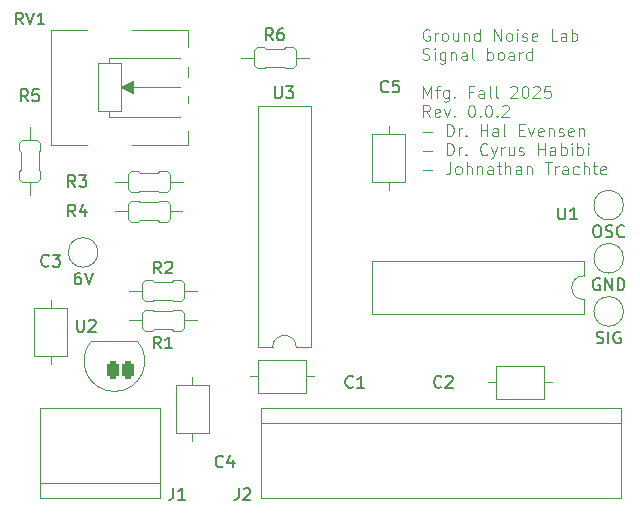
<source format=gto>
G04 #@! TF.GenerationSoftware,KiCad,Pcbnew,9.0.5-9.0.5~ubuntu25.04.1*
G04 #@! TF.CreationDate,2025-12-03T04:07:11-06:00*
G04 #@! TF.ProjectId,Signal_Board,5369676e-616c-45f4-926f-6172642e6b69,rev?*
G04 #@! TF.SameCoordinates,Original*
G04 #@! TF.FileFunction,Legend,Top*
G04 #@! TF.FilePolarity,Positive*
%FSLAX46Y46*%
G04 Gerber Fmt 4.6, Leading zero omitted, Abs format (unit mm)*
G04 Created by KiCad (PCBNEW 9.0.5-9.0.5~ubuntu25.04.1) date 2025-12-03 04:07:11*
%MOMM*%
%LPD*%
G01*
G04 APERTURE LIST*
G04 Aperture macros list*
%AMRoundRect*
0 Rectangle with rounded corners*
0 $1 Rounding radius*
0 $2 $3 $4 $5 $6 $7 $8 $9 X,Y pos of 4 corners*
0 Add a 4 corners polygon primitive as box body*
4,1,4,$2,$3,$4,$5,$6,$7,$8,$9,$2,$3,0*
0 Add four circle primitives for the rounded corners*
1,1,$1+$1,$2,$3*
1,1,$1+$1,$4,$5*
1,1,$1+$1,$6,$7*
1,1,$1+$1,$8,$9*
0 Add four rect primitives between the rounded corners*
20,1,$1+$1,$2,$3,$4,$5,0*
20,1,$1+$1,$4,$5,$6,$7,0*
20,1,$1+$1,$6,$7,$8,$9,0*
20,1,$1+$1,$8,$9,$2,$3,0*%
G04 Aperture macros list end*
%ADD10C,0.100000*%
%ADD11C,0.150000*%
%ADD12C,0.120000*%
%ADD13C,2.000000*%
%ADD14C,1.600000*%
%ADD15O,1.600000X1.600000*%
%ADD16R,1.600000X2.400000*%
%ADD17O,1.600000X2.400000*%
%ADD18R,3.000000X3.000000*%
%ADD19C,3.000000*%
%ADD20RoundRect,0.262500X-0.262500X-0.487500X0.262500X-0.487500X0.262500X0.487500X-0.262500X0.487500X0*%
%ADD21R,1.050000X1.500000*%
%ADD22C,1.400000*%
%ADD23O,1.400000X1.400000*%
%ADD24R,2.400000X1.600000*%
%ADD25O,2.400000X1.600000*%
%ADD26O,3.240000X2.720000*%
%ADD27R,1.800000X1.800000*%
%ADD28C,1.800000*%
G04 APERTURE END LIST*
D10*
X144827693Y-44650430D02*
X144732455Y-44602811D01*
X144732455Y-44602811D02*
X144589598Y-44602811D01*
X144589598Y-44602811D02*
X144446741Y-44650430D01*
X144446741Y-44650430D02*
X144351503Y-44745668D01*
X144351503Y-44745668D02*
X144303884Y-44840906D01*
X144303884Y-44840906D02*
X144256265Y-45031382D01*
X144256265Y-45031382D02*
X144256265Y-45174239D01*
X144256265Y-45174239D02*
X144303884Y-45364715D01*
X144303884Y-45364715D02*
X144351503Y-45459953D01*
X144351503Y-45459953D02*
X144446741Y-45555192D01*
X144446741Y-45555192D02*
X144589598Y-45602811D01*
X144589598Y-45602811D02*
X144684836Y-45602811D01*
X144684836Y-45602811D02*
X144827693Y-45555192D01*
X144827693Y-45555192D02*
X144875312Y-45507572D01*
X144875312Y-45507572D02*
X144875312Y-45174239D01*
X144875312Y-45174239D02*
X144684836Y-45174239D01*
X145303884Y-45602811D02*
X145303884Y-44936144D01*
X145303884Y-45126620D02*
X145351503Y-45031382D01*
X145351503Y-45031382D02*
X145399122Y-44983763D01*
X145399122Y-44983763D02*
X145494360Y-44936144D01*
X145494360Y-44936144D02*
X145589598Y-44936144D01*
X146065789Y-45602811D02*
X145970551Y-45555192D01*
X145970551Y-45555192D02*
X145922932Y-45507572D01*
X145922932Y-45507572D02*
X145875313Y-45412334D01*
X145875313Y-45412334D02*
X145875313Y-45126620D01*
X145875313Y-45126620D02*
X145922932Y-45031382D01*
X145922932Y-45031382D02*
X145970551Y-44983763D01*
X145970551Y-44983763D02*
X146065789Y-44936144D01*
X146065789Y-44936144D02*
X146208646Y-44936144D01*
X146208646Y-44936144D02*
X146303884Y-44983763D01*
X146303884Y-44983763D02*
X146351503Y-45031382D01*
X146351503Y-45031382D02*
X146399122Y-45126620D01*
X146399122Y-45126620D02*
X146399122Y-45412334D01*
X146399122Y-45412334D02*
X146351503Y-45507572D01*
X146351503Y-45507572D02*
X146303884Y-45555192D01*
X146303884Y-45555192D02*
X146208646Y-45602811D01*
X146208646Y-45602811D02*
X146065789Y-45602811D01*
X147256265Y-44936144D02*
X147256265Y-45602811D01*
X146827694Y-44936144D02*
X146827694Y-45459953D01*
X146827694Y-45459953D02*
X146875313Y-45555192D01*
X146875313Y-45555192D02*
X146970551Y-45602811D01*
X146970551Y-45602811D02*
X147113408Y-45602811D01*
X147113408Y-45602811D02*
X147208646Y-45555192D01*
X147208646Y-45555192D02*
X147256265Y-45507572D01*
X147732456Y-44936144D02*
X147732456Y-45602811D01*
X147732456Y-45031382D02*
X147780075Y-44983763D01*
X147780075Y-44983763D02*
X147875313Y-44936144D01*
X147875313Y-44936144D02*
X148018170Y-44936144D01*
X148018170Y-44936144D02*
X148113408Y-44983763D01*
X148113408Y-44983763D02*
X148161027Y-45079001D01*
X148161027Y-45079001D02*
X148161027Y-45602811D01*
X149065789Y-45602811D02*
X149065789Y-44602811D01*
X149065789Y-45555192D02*
X148970551Y-45602811D01*
X148970551Y-45602811D02*
X148780075Y-45602811D01*
X148780075Y-45602811D02*
X148684837Y-45555192D01*
X148684837Y-45555192D02*
X148637218Y-45507572D01*
X148637218Y-45507572D02*
X148589599Y-45412334D01*
X148589599Y-45412334D02*
X148589599Y-45126620D01*
X148589599Y-45126620D02*
X148637218Y-45031382D01*
X148637218Y-45031382D02*
X148684837Y-44983763D01*
X148684837Y-44983763D02*
X148780075Y-44936144D01*
X148780075Y-44936144D02*
X148970551Y-44936144D01*
X148970551Y-44936144D02*
X149065789Y-44983763D01*
X150303885Y-45602811D02*
X150303885Y-44602811D01*
X150303885Y-44602811D02*
X150875313Y-45602811D01*
X150875313Y-45602811D02*
X150875313Y-44602811D01*
X151494361Y-45602811D02*
X151399123Y-45555192D01*
X151399123Y-45555192D02*
X151351504Y-45507572D01*
X151351504Y-45507572D02*
X151303885Y-45412334D01*
X151303885Y-45412334D02*
X151303885Y-45126620D01*
X151303885Y-45126620D02*
X151351504Y-45031382D01*
X151351504Y-45031382D02*
X151399123Y-44983763D01*
X151399123Y-44983763D02*
X151494361Y-44936144D01*
X151494361Y-44936144D02*
X151637218Y-44936144D01*
X151637218Y-44936144D02*
X151732456Y-44983763D01*
X151732456Y-44983763D02*
X151780075Y-45031382D01*
X151780075Y-45031382D02*
X151827694Y-45126620D01*
X151827694Y-45126620D02*
X151827694Y-45412334D01*
X151827694Y-45412334D02*
X151780075Y-45507572D01*
X151780075Y-45507572D02*
X151732456Y-45555192D01*
X151732456Y-45555192D02*
X151637218Y-45602811D01*
X151637218Y-45602811D02*
X151494361Y-45602811D01*
X152256266Y-45602811D02*
X152256266Y-44936144D01*
X152256266Y-44602811D02*
X152208647Y-44650430D01*
X152208647Y-44650430D02*
X152256266Y-44698049D01*
X152256266Y-44698049D02*
X152303885Y-44650430D01*
X152303885Y-44650430D02*
X152256266Y-44602811D01*
X152256266Y-44602811D02*
X152256266Y-44698049D01*
X152684837Y-45555192D02*
X152780075Y-45602811D01*
X152780075Y-45602811D02*
X152970551Y-45602811D01*
X152970551Y-45602811D02*
X153065789Y-45555192D01*
X153065789Y-45555192D02*
X153113408Y-45459953D01*
X153113408Y-45459953D02*
X153113408Y-45412334D01*
X153113408Y-45412334D02*
X153065789Y-45317096D01*
X153065789Y-45317096D02*
X152970551Y-45269477D01*
X152970551Y-45269477D02*
X152827694Y-45269477D01*
X152827694Y-45269477D02*
X152732456Y-45221858D01*
X152732456Y-45221858D02*
X152684837Y-45126620D01*
X152684837Y-45126620D02*
X152684837Y-45079001D01*
X152684837Y-45079001D02*
X152732456Y-44983763D01*
X152732456Y-44983763D02*
X152827694Y-44936144D01*
X152827694Y-44936144D02*
X152970551Y-44936144D01*
X152970551Y-44936144D02*
X153065789Y-44983763D01*
X153922932Y-45555192D02*
X153827694Y-45602811D01*
X153827694Y-45602811D02*
X153637218Y-45602811D01*
X153637218Y-45602811D02*
X153541980Y-45555192D01*
X153541980Y-45555192D02*
X153494361Y-45459953D01*
X153494361Y-45459953D02*
X153494361Y-45079001D01*
X153494361Y-45079001D02*
X153541980Y-44983763D01*
X153541980Y-44983763D02*
X153637218Y-44936144D01*
X153637218Y-44936144D02*
X153827694Y-44936144D01*
X153827694Y-44936144D02*
X153922932Y-44983763D01*
X153922932Y-44983763D02*
X153970551Y-45079001D01*
X153970551Y-45079001D02*
X153970551Y-45174239D01*
X153970551Y-45174239D02*
X153494361Y-45269477D01*
X155637218Y-45602811D02*
X155161028Y-45602811D01*
X155161028Y-45602811D02*
X155161028Y-44602811D01*
X156399123Y-45602811D02*
X156399123Y-45079001D01*
X156399123Y-45079001D02*
X156351504Y-44983763D01*
X156351504Y-44983763D02*
X156256266Y-44936144D01*
X156256266Y-44936144D02*
X156065790Y-44936144D01*
X156065790Y-44936144D02*
X155970552Y-44983763D01*
X156399123Y-45555192D02*
X156303885Y-45602811D01*
X156303885Y-45602811D02*
X156065790Y-45602811D01*
X156065790Y-45602811D02*
X155970552Y-45555192D01*
X155970552Y-45555192D02*
X155922933Y-45459953D01*
X155922933Y-45459953D02*
X155922933Y-45364715D01*
X155922933Y-45364715D02*
X155970552Y-45269477D01*
X155970552Y-45269477D02*
X156065790Y-45221858D01*
X156065790Y-45221858D02*
X156303885Y-45221858D01*
X156303885Y-45221858D02*
X156399123Y-45174239D01*
X156875314Y-45602811D02*
X156875314Y-44602811D01*
X156875314Y-44983763D02*
X156970552Y-44936144D01*
X156970552Y-44936144D02*
X157161028Y-44936144D01*
X157161028Y-44936144D02*
X157256266Y-44983763D01*
X157256266Y-44983763D02*
X157303885Y-45031382D01*
X157303885Y-45031382D02*
X157351504Y-45126620D01*
X157351504Y-45126620D02*
X157351504Y-45412334D01*
X157351504Y-45412334D02*
X157303885Y-45507572D01*
X157303885Y-45507572D02*
X157256266Y-45555192D01*
X157256266Y-45555192D02*
X157161028Y-45602811D01*
X157161028Y-45602811D02*
X156970552Y-45602811D01*
X156970552Y-45602811D02*
X156875314Y-45555192D01*
X144256265Y-47165136D02*
X144399122Y-47212755D01*
X144399122Y-47212755D02*
X144637217Y-47212755D01*
X144637217Y-47212755D02*
X144732455Y-47165136D01*
X144732455Y-47165136D02*
X144780074Y-47117516D01*
X144780074Y-47117516D02*
X144827693Y-47022278D01*
X144827693Y-47022278D02*
X144827693Y-46927040D01*
X144827693Y-46927040D02*
X144780074Y-46831802D01*
X144780074Y-46831802D02*
X144732455Y-46784183D01*
X144732455Y-46784183D02*
X144637217Y-46736564D01*
X144637217Y-46736564D02*
X144446741Y-46688945D01*
X144446741Y-46688945D02*
X144351503Y-46641326D01*
X144351503Y-46641326D02*
X144303884Y-46593707D01*
X144303884Y-46593707D02*
X144256265Y-46498469D01*
X144256265Y-46498469D02*
X144256265Y-46403231D01*
X144256265Y-46403231D02*
X144303884Y-46307993D01*
X144303884Y-46307993D02*
X144351503Y-46260374D01*
X144351503Y-46260374D02*
X144446741Y-46212755D01*
X144446741Y-46212755D02*
X144684836Y-46212755D01*
X144684836Y-46212755D02*
X144827693Y-46260374D01*
X145256265Y-47212755D02*
X145256265Y-46546088D01*
X145256265Y-46212755D02*
X145208646Y-46260374D01*
X145208646Y-46260374D02*
X145256265Y-46307993D01*
X145256265Y-46307993D02*
X145303884Y-46260374D01*
X145303884Y-46260374D02*
X145256265Y-46212755D01*
X145256265Y-46212755D02*
X145256265Y-46307993D01*
X146161026Y-46546088D02*
X146161026Y-47355612D01*
X146161026Y-47355612D02*
X146113407Y-47450850D01*
X146113407Y-47450850D02*
X146065788Y-47498469D01*
X146065788Y-47498469D02*
X145970550Y-47546088D01*
X145970550Y-47546088D02*
X145827693Y-47546088D01*
X145827693Y-47546088D02*
X145732455Y-47498469D01*
X146161026Y-47165136D02*
X146065788Y-47212755D01*
X146065788Y-47212755D02*
X145875312Y-47212755D01*
X145875312Y-47212755D02*
X145780074Y-47165136D01*
X145780074Y-47165136D02*
X145732455Y-47117516D01*
X145732455Y-47117516D02*
X145684836Y-47022278D01*
X145684836Y-47022278D02*
X145684836Y-46736564D01*
X145684836Y-46736564D02*
X145732455Y-46641326D01*
X145732455Y-46641326D02*
X145780074Y-46593707D01*
X145780074Y-46593707D02*
X145875312Y-46546088D01*
X145875312Y-46546088D02*
X146065788Y-46546088D01*
X146065788Y-46546088D02*
X146161026Y-46593707D01*
X146637217Y-46546088D02*
X146637217Y-47212755D01*
X146637217Y-46641326D02*
X146684836Y-46593707D01*
X146684836Y-46593707D02*
X146780074Y-46546088D01*
X146780074Y-46546088D02*
X146922931Y-46546088D01*
X146922931Y-46546088D02*
X147018169Y-46593707D01*
X147018169Y-46593707D02*
X147065788Y-46688945D01*
X147065788Y-46688945D02*
X147065788Y-47212755D01*
X147970550Y-47212755D02*
X147970550Y-46688945D01*
X147970550Y-46688945D02*
X147922931Y-46593707D01*
X147922931Y-46593707D02*
X147827693Y-46546088D01*
X147827693Y-46546088D02*
X147637217Y-46546088D01*
X147637217Y-46546088D02*
X147541979Y-46593707D01*
X147970550Y-47165136D02*
X147875312Y-47212755D01*
X147875312Y-47212755D02*
X147637217Y-47212755D01*
X147637217Y-47212755D02*
X147541979Y-47165136D01*
X147541979Y-47165136D02*
X147494360Y-47069897D01*
X147494360Y-47069897D02*
X147494360Y-46974659D01*
X147494360Y-46974659D02*
X147541979Y-46879421D01*
X147541979Y-46879421D02*
X147637217Y-46831802D01*
X147637217Y-46831802D02*
X147875312Y-46831802D01*
X147875312Y-46831802D02*
X147970550Y-46784183D01*
X148589598Y-47212755D02*
X148494360Y-47165136D01*
X148494360Y-47165136D02*
X148446741Y-47069897D01*
X148446741Y-47069897D02*
X148446741Y-46212755D01*
X149732456Y-47212755D02*
X149732456Y-46212755D01*
X149732456Y-46593707D02*
X149827694Y-46546088D01*
X149827694Y-46546088D02*
X150018170Y-46546088D01*
X150018170Y-46546088D02*
X150113408Y-46593707D01*
X150113408Y-46593707D02*
X150161027Y-46641326D01*
X150161027Y-46641326D02*
X150208646Y-46736564D01*
X150208646Y-46736564D02*
X150208646Y-47022278D01*
X150208646Y-47022278D02*
X150161027Y-47117516D01*
X150161027Y-47117516D02*
X150113408Y-47165136D01*
X150113408Y-47165136D02*
X150018170Y-47212755D01*
X150018170Y-47212755D02*
X149827694Y-47212755D01*
X149827694Y-47212755D02*
X149732456Y-47165136D01*
X150780075Y-47212755D02*
X150684837Y-47165136D01*
X150684837Y-47165136D02*
X150637218Y-47117516D01*
X150637218Y-47117516D02*
X150589599Y-47022278D01*
X150589599Y-47022278D02*
X150589599Y-46736564D01*
X150589599Y-46736564D02*
X150637218Y-46641326D01*
X150637218Y-46641326D02*
X150684837Y-46593707D01*
X150684837Y-46593707D02*
X150780075Y-46546088D01*
X150780075Y-46546088D02*
X150922932Y-46546088D01*
X150922932Y-46546088D02*
X151018170Y-46593707D01*
X151018170Y-46593707D02*
X151065789Y-46641326D01*
X151065789Y-46641326D02*
X151113408Y-46736564D01*
X151113408Y-46736564D02*
X151113408Y-47022278D01*
X151113408Y-47022278D02*
X151065789Y-47117516D01*
X151065789Y-47117516D02*
X151018170Y-47165136D01*
X151018170Y-47165136D02*
X150922932Y-47212755D01*
X150922932Y-47212755D02*
X150780075Y-47212755D01*
X151970551Y-47212755D02*
X151970551Y-46688945D01*
X151970551Y-46688945D02*
X151922932Y-46593707D01*
X151922932Y-46593707D02*
X151827694Y-46546088D01*
X151827694Y-46546088D02*
X151637218Y-46546088D01*
X151637218Y-46546088D02*
X151541980Y-46593707D01*
X151970551Y-47165136D02*
X151875313Y-47212755D01*
X151875313Y-47212755D02*
X151637218Y-47212755D01*
X151637218Y-47212755D02*
X151541980Y-47165136D01*
X151541980Y-47165136D02*
X151494361Y-47069897D01*
X151494361Y-47069897D02*
X151494361Y-46974659D01*
X151494361Y-46974659D02*
X151541980Y-46879421D01*
X151541980Y-46879421D02*
X151637218Y-46831802D01*
X151637218Y-46831802D02*
X151875313Y-46831802D01*
X151875313Y-46831802D02*
X151970551Y-46784183D01*
X152446742Y-47212755D02*
X152446742Y-46546088D01*
X152446742Y-46736564D02*
X152494361Y-46641326D01*
X152494361Y-46641326D02*
X152541980Y-46593707D01*
X152541980Y-46593707D02*
X152637218Y-46546088D01*
X152637218Y-46546088D02*
X152732456Y-46546088D01*
X153494361Y-47212755D02*
X153494361Y-46212755D01*
X153494361Y-47165136D02*
X153399123Y-47212755D01*
X153399123Y-47212755D02*
X153208647Y-47212755D01*
X153208647Y-47212755D02*
X153113409Y-47165136D01*
X153113409Y-47165136D02*
X153065790Y-47117516D01*
X153065790Y-47117516D02*
X153018171Y-47022278D01*
X153018171Y-47022278D02*
X153018171Y-46736564D01*
X153018171Y-46736564D02*
X153065790Y-46641326D01*
X153065790Y-46641326D02*
X153113409Y-46593707D01*
X153113409Y-46593707D02*
X153208647Y-46546088D01*
X153208647Y-46546088D02*
X153399123Y-46546088D01*
X153399123Y-46546088D02*
X153494361Y-46593707D01*
X144303884Y-50432643D02*
X144303884Y-49432643D01*
X144303884Y-49432643D02*
X144637217Y-50146928D01*
X144637217Y-50146928D02*
X144970550Y-49432643D01*
X144970550Y-49432643D02*
X144970550Y-50432643D01*
X145303884Y-49765976D02*
X145684836Y-49765976D01*
X145446741Y-50432643D02*
X145446741Y-49575500D01*
X145446741Y-49575500D02*
X145494360Y-49480262D01*
X145494360Y-49480262D02*
X145589598Y-49432643D01*
X145589598Y-49432643D02*
X145684836Y-49432643D01*
X146446741Y-49765976D02*
X146446741Y-50575500D01*
X146446741Y-50575500D02*
X146399122Y-50670738D01*
X146399122Y-50670738D02*
X146351503Y-50718357D01*
X146351503Y-50718357D02*
X146256265Y-50765976D01*
X146256265Y-50765976D02*
X146113408Y-50765976D01*
X146113408Y-50765976D02*
X146018170Y-50718357D01*
X146446741Y-50385024D02*
X146351503Y-50432643D01*
X146351503Y-50432643D02*
X146161027Y-50432643D01*
X146161027Y-50432643D02*
X146065789Y-50385024D01*
X146065789Y-50385024D02*
X146018170Y-50337404D01*
X146018170Y-50337404D02*
X145970551Y-50242166D01*
X145970551Y-50242166D02*
X145970551Y-49956452D01*
X145970551Y-49956452D02*
X146018170Y-49861214D01*
X146018170Y-49861214D02*
X146065789Y-49813595D01*
X146065789Y-49813595D02*
X146161027Y-49765976D01*
X146161027Y-49765976D02*
X146351503Y-49765976D01*
X146351503Y-49765976D02*
X146446741Y-49813595D01*
X146922932Y-50337404D02*
X146970551Y-50385024D01*
X146970551Y-50385024D02*
X146922932Y-50432643D01*
X146922932Y-50432643D02*
X146875313Y-50385024D01*
X146875313Y-50385024D02*
X146922932Y-50337404D01*
X146922932Y-50337404D02*
X146922932Y-50432643D01*
X148494360Y-49908833D02*
X148161027Y-49908833D01*
X148161027Y-50432643D02*
X148161027Y-49432643D01*
X148161027Y-49432643D02*
X148637217Y-49432643D01*
X149446741Y-50432643D02*
X149446741Y-49908833D01*
X149446741Y-49908833D02*
X149399122Y-49813595D01*
X149399122Y-49813595D02*
X149303884Y-49765976D01*
X149303884Y-49765976D02*
X149113408Y-49765976D01*
X149113408Y-49765976D02*
X149018170Y-49813595D01*
X149446741Y-50385024D02*
X149351503Y-50432643D01*
X149351503Y-50432643D02*
X149113408Y-50432643D01*
X149113408Y-50432643D02*
X149018170Y-50385024D01*
X149018170Y-50385024D02*
X148970551Y-50289785D01*
X148970551Y-50289785D02*
X148970551Y-50194547D01*
X148970551Y-50194547D02*
X149018170Y-50099309D01*
X149018170Y-50099309D02*
X149113408Y-50051690D01*
X149113408Y-50051690D02*
X149351503Y-50051690D01*
X149351503Y-50051690D02*
X149446741Y-50004071D01*
X150065789Y-50432643D02*
X149970551Y-50385024D01*
X149970551Y-50385024D02*
X149922932Y-50289785D01*
X149922932Y-50289785D02*
X149922932Y-49432643D01*
X150589599Y-50432643D02*
X150494361Y-50385024D01*
X150494361Y-50385024D02*
X150446742Y-50289785D01*
X150446742Y-50289785D02*
X150446742Y-49432643D01*
X151684838Y-49527881D02*
X151732457Y-49480262D01*
X151732457Y-49480262D02*
X151827695Y-49432643D01*
X151827695Y-49432643D02*
X152065790Y-49432643D01*
X152065790Y-49432643D02*
X152161028Y-49480262D01*
X152161028Y-49480262D02*
X152208647Y-49527881D01*
X152208647Y-49527881D02*
X152256266Y-49623119D01*
X152256266Y-49623119D02*
X152256266Y-49718357D01*
X152256266Y-49718357D02*
X152208647Y-49861214D01*
X152208647Y-49861214D02*
X151637219Y-50432643D01*
X151637219Y-50432643D02*
X152256266Y-50432643D01*
X152875314Y-49432643D02*
X152970552Y-49432643D01*
X152970552Y-49432643D02*
X153065790Y-49480262D01*
X153065790Y-49480262D02*
X153113409Y-49527881D01*
X153113409Y-49527881D02*
X153161028Y-49623119D01*
X153161028Y-49623119D02*
X153208647Y-49813595D01*
X153208647Y-49813595D02*
X153208647Y-50051690D01*
X153208647Y-50051690D02*
X153161028Y-50242166D01*
X153161028Y-50242166D02*
X153113409Y-50337404D01*
X153113409Y-50337404D02*
X153065790Y-50385024D01*
X153065790Y-50385024D02*
X152970552Y-50432643D01*
X152970552Y-50432643D02*
X152875314Y-50432643D01*
X152875314Y-50432643D02*
X152780076Y-50385024D01*
X152780076Y-50385024D02*
X152732457Y-50337404D01*
X152732457Y-50337404D02*
X152684838Y-50242166D01*
X152684838Y-50242166D02*
X152637219Y-50051690D01*
X152637219Y-50051690D02*
X152637219Y-49813595D01*
X152637219Y-49813595D02*
X152684838Y-49623119D01*
X152684838Y-49623119D02*
X152732457Y-49527881D01*
X152732457Y-49527881D02*
X152780076Y-49480262D01*
X152780076Y-49480262D02*
X152875314Y-49432643D01*
X153589600Y-49527881D02*
X153637219Y-49480262D01*
X153637219Y-49480262D02*
X153732457Y-49432643D01*
X153732457Y-49432643D02*
X153970552Y-49432643D01*
X153970552Y-49432643D02*
X154065790Y-49480262D01*
X154065790Y-49480262D02*
X154113409Y-49527881D01*
X154113409Y-49527881D02*
X154161028Y-49623119D01*
X154161028Y-49623119D02*
X154161028Y-49718357D01*
X154161028Y-49718357D02*
X154113409Y-49861214D01*
X154113409Y-49861214D02*
X153541981Y-50432643D01*
X153541981Y-50432643D02*
X154161028Y-50432643D01*
X155065790Y-49432643D02*
X154589600Y-49432643D01*
X154589600Y-49432643D02*
X154541981Y-49908833D01*
X154541981Y-49908833D02*
X154589600Y-49861214D01*
X154589600Y-49861214D02*
X154684838Y-49813595D01*
X154684838Y-49813595D02*
X154922933Y-49813595D01*
X154922933Y-49813595D02*
X155018171Y-49861214D01*
X155018171Y-49861214D02*
X155065790Y-49908833D01*
X155065790Y-49908833D02*
X155113409Y-50004071D01*
X155113409Y-50004071D02*
X155113409Y-50242166D01*
X155113409Y-50242166D02*
X155065790Y-50337404D01*
X155065790Y-50337404D02*
X155018171Y-50385024D01*
X155018171Y-50385024D02*
X154922933Y-50432643D01*
X154922933Y-50432643D02*
X154684838Y-50432643D01*
X154684838Y-50432643D02*
X154589600Y-50385024D01*
X154589600Y-50385024D02*
X154541981Y-50337404D01*
X144875312Y-52042587D02*
X144541979Y-51566396D01*
X144303884Y-52042587D02*
X144303884Y-51042587D01*
X144303884Y-51042587D02*
X144684836Y-51042587D01*
X144684836Y-51042587D02*
X144780074Y-51090206D01*
X144780074Y-51090206D02*
X144827693Y-51137825D01*
X144827693Y-51137825D02*
X144875312Y-51233063D01*
X144875312Y-51233063D02*
X144875312Y-51375920D01*
X144875312Y-51375920D02*
X144827693Y-51471158D01*
X144827693Y-51471158D02*
X144780074Y-51518777D01*
X144780074Y-51518777D02*
X144684836Y-51566396D01*
X144684836Y-51566396D02*
X144303884Y-51566396D01*
X145684836Y-51994968D02*
X145589598Y-52042587D01*
X145589598Y-52042587D02*
X145399122Y-52042587D01*
X145399122Y-52042587D02*
X145303884Y-51994968D01*
X145303884Y-51994968D02*
X145256265Y-51899729D01*
X145256265Y-51899729D02*
X145256265Y-51518777D01*
X145256265Y-51518777D02*
X145303884Y-51423539D01*
X145303884Y-51423539D02*
X145399122Y-51375920D01*
X145399122Y-51375920D02*
X145589598Y-51375920D01*
X145589598Y-51375920D02*
X145684836Y-51423539D01*
X145684836Y-51423539D02*
X145732455Y-51518777D01*
X145732455Y-51518777D02*
X145732455Y-51614015D01*
X145732455Y-51614015D02*
X145256265Y-51709253D01*
X146065789Y-51375920D02*
X146303884Y-52042587D01*
X146303884Y-52042587D02*
X146541979Y-51375920D01*
X146922932Y-51947348D02*
X146970551Y-51994968D01*
X146970551Y-51994968D02*
X146922932Y-52042587D01*
X146922932Y-52042587D02*
X146875313Y-51994968D01*
X146875313Y-51994968D02*
X146922932Y-51947348D01*
X146922932Y-51947348D02*
X146922932Y-52042587D01*
X148351503Y-51042587D02*
X148446741Y-51042587D01*
X148446741Y-51042587D02*
X148541979Y-51090206D01*
X148541979Y-51090206D02*
X148589598Y-51137825D01*
X148589598Y-51137825D02*
X148637217Y-51233063D01*
X148637217Y-51233063D02*
X148684836Y-51423539D01*
X148684836Y-51423539D02*
X148684836Y-51661634D01*
X148684836Y-51661634D02*
X148637217Y-51852110D01*
X148637217Y-51852110D02*
X148589598Y-51947348D01*
X148589598Y-51947348D02*
X148541979Y-51994968D01*
X148541979Y-51994968D02*
X148446741Y-52042587D01*
X148446741Y-52042587D02*
X148351503Y-52042587D01*
X148351503Y-52042587D02*
X148256265Y-51994968D01*
X148256265Y-51994968D02*
X148208646Y-51947348D01*
X148208646Y-51947348D02*
X148161027Y-51852110D01*
X148161027Y-51852110D02*
X148113408Y-51661634D01*
X148113408Y-51661634D02*
X148113408Y-51423539D01*
X148113408Y-51423539D02*
X148161027Y-51233063D01*
X148161027Y-51233063D02*
X148208646Y-51137825D01*
X148208646Y-51137825D02*
X148256265Y-51090206D01*
X148256265Y-51090206D02*
X148351503Y-51042587D01*
X149113408Y-51947348D02*
X149161027Y-51994968D01*
X149161027Y-51994968D02*
X149113408Y-52042587D01*
X149113408Y-52042587D02*
X149065789Y-51994968D01*
X149065789Y-51994968D02*
X149113408Y-51947348D01*
X149113408Y-51947348D02*
X149113408Y-52042587D01*
X149780074Y-51042587D02*
X149875312Y-51042587D01*
X149875312Y-51042587D02*
X149970550Y-51090206D01*
X149970550Y-51090206D02*
X150018169Y-51137825D01*
X150018169Y-51137825D02*
X150065788Y-51233063D01*
X150065788Y-51233063D02*
X150113407Y-51423539D01*
X150113407Y-51423539D02*
X150113407Y-51661634D01*
X150113407Y-51661634D02*
X150065788Y-51852110D01*
X150065788Y-51852110D02*
X150018169Y-51947348D01*
X150018169Y-51947348D02*
X149970550Y-51994968D01*
X149970550Y-51994968D02*
X149875312Y-52042587D01*
X149875312Y-52042587D02*
X149780074Y-52042587D01*
X149780074Y-52042587D02*
X149684836Y-51994968D01*
X149684836Y-51994968D02*
X149637217Y-51947348D01*
X149637217Y-51947348D02*
X149589598Y-51852110D01*
X149589598Y-51852110D02*
X149541979Y-51661634D01*
X149541979Y-51661634D02*
X149541979Y-51423539D01*
X149541979Y-51423539D02*
X149589598Y-51233063D01*
X149589598Y-51233063D02*
X149637217Y-51137825D01*
X149637217Y-51137825D02*
X149684836Y-51090206D01*
X149684836Y-51090206D02*
X149780074Y-51042587D01*
X150541979Y-51947348D02*
X150589598Y-51994968D01*
X150589598Y-51994968D02*
X150541979Y-52042587D01*
X150541979Y-52042587D02*
X150494360Y-51994968D01*
X150494360Y-51994968D02*
X150541979Y-51947348D01*
X150541979Y-51947348D02*
X150541979Y-52042587D01*
X150970550Y-51137825D02*
X151018169Y-51090206D01*
X151018169Y-51090206D02*
X151113407Y-51042587D01*
X151113407Y-51042587D02*
X151351502Y-51042587D01*
X151351502Y-51042587D02*
X151446740Y-51090206D01*
X151446740Y-51090206D02*
X151494359Y-51137825D01*
X151494359Y-51137825D02*
X151541978Y-51233063D01*
X151541978Y-51233063D02*
X151541978Y-51328301D01*
X151541978Y-51328301D02*
X151494359Y-51471158D01*
X151494359Y-51471158D02*
X150922931Y-52042587D01*
X150922931Y-52042587D02*
X151541978Y-52042587D01*
X144303884Y-53271578D02*
X145065789Y-53271578D01*
X146303884Y-53652531D02*
X146303884Y-52652531D01*
X146303884Y-52652531D02*
X146541979Y-52652531D01*
X146541979Y-52652531D02*
X146684836Y-52700150D01*
X146684836Y-52700150D02*
X146780074Y-52795388D01*
X146780074Y-52795388D02*
X146827693Y-52890626D01*
X146827693Y-52890626D02*
X146875312Y-53081102D01*
X146875312Y-53081102D02*
X146875312Y-53223959D01*
X146875312Y-53223959D02*
X146827693Y-53414435D01*
X146827693Y-53414435D02*
X146780074Y-53509673D01*
X146780074Y-53509673D02*
X146684836Y-53604912D01*
X146684836Y-53604912D02*
X146541979Y-53652531D01*
X146541979Y-53652531D02*
X146303884Y-53652531D01*
X147303884Y-53652531D02*
X147303884Y-52985864D01*
X147303884Y-53176340D02*
X147351503Y-53081102D01*
X147351503Y-53081102D02*
X147399122Y-53033483D01*
X147399122Y-53033483D02*
X147494360Y-52985864D01*
X147494360Y-52985864D02*
X147589598Y-52985864D01*
X147922932Y-53557292D02*
X147970551Y-53604912D01*
X147970551Y-53604912D02*
X147922932Y-53652531D01*
X147922932Y-53652531D02*
X147875313Y-53604912D01*
X147875313Y-53604912D02*
X147922932Y-53557292D01*
X147922932Y-53557292D02*
X147922932Y-53652531D01*
X149161027Y-53652531D02*
X149161027Y-52652531D01*
X149161027Y-53128721D02*
X149732455Y-53128721D01*
X149732455Y-53652531D02*
X149732455Y-52652531D01*
X150637217Y-53652531D02*
X150637217Y-53128721D01*
X150637217Y-53128721D02*
X150589598Y-53033483D01*
X150589598Y-53033483D02*
X150494360Y-52985864D01*
X150494360Y-52985864D02*
X150303884Y-52985864D01*
X150303884Y-52985864D02*
X150208646Y-53033483D01*
X150637217Y-53604912D02*
X150541979Y-53652531D01*
X150541979Y-53652531D02*
X150303884Y-53652531D01*
X150303884Y-53652531D02*
X150208646Y-53604912D01*
X150208646Y-53604912D02*
X150161027Y-53509673D01*
X150161027Y-53509673D02*
X150161027Y-53414435D01*
X150161027Y-53414435D02*
X150208646Y-53319197D01*
X150208646Y-53319197D02*
X150303884Y-53271578D01*
X150303884Y-53271578D02*
X150541979Y-53271578D01*
X150541979Y-53271578D02*
X150637217Y-53223959D01*
X151256265Y-53652531D02*
X151161027Y-53604912D01*
X151161027Y-53604912D02*
X151113408Y-53509673D01*
X151113408Y-53509673D02*
X151113408Y-52652531D01*
X152399123Y-53128721D02*
X152732456Y-53128721D01*
X152875313Y-53652531D02*
X152399123Y-53652531D01*
X152399123Y-53652531D02*
X152399123Y-52652531D01*
X152399123Y-52652531D02*
X152875313Y-52652531D01*
X153208647Y-52985864D02*
X153446742Y-53652531D01*
X153446742Y-53652531D02*
X153684837Y-52985864D01*
X154446742Y-53604912D02*
X154351504Y-53652531D01*
X154351504Y-53652531D02*
X154161028Y-53652531D01*
X154161028Y-53652531D02*
X154065790Y-53604912D01*
X154065790Y-53604912D02*
X154018171Y-53509673D01*
X154018171Y-53509673D02*
X154018171Y-53128721D01*
X154018171Y-53128721D02*
X154065790Y-53033483D01*
X154065790Y-53033483D02*
X154161028Y-52985864D01*
X154161028Y-52985864D02*
X154351504Y-52985864D01*
X154351504Y-52985864D02*
X154446742Y-53033483D01*
X154446742Y-53033483D02*
X154494361Y-53128721D01*
X154494361Y-53128721D02*
X154494361Y-53223959D01*
X154494361Y-53223959D02*
X154018171Y-53319197D01*
X154922933Y-52985864D02*
X154922933Y-53652531D01*
X154922933Y-53081102D02*
X154970552Y-53033483D01*
X154970552Y-53033483D02*
X155065790Y-52985864D01*
X155065790Y-52985864D02*
X155208647Y-52985864D01*
X155208647Y-52985864D02*
X155303885Y-53033483D01*
X155303885Y-53033483D02*
X155351504Y-53128721D01*
X155351504Y-53128721D02*
X155351504Y-53652531D01*
X155780076Y-53604912D02*
X155875314Y-53652531D01*
X155875314Y-53652531D02*
X156065790Y-53652531D01*
X156065790Y-53652531D02*
X156161028Y-53604912D01*
X156161028Y-53604912D02*
X156208647Y-53509673D01*
X156208647Y-53509673D02*
X156208647Y-53462054D01*
X156208647Y-53462054D02*
X156161028Y-53366816D01*
X156161028Y-53366816D02*
X156065790Y-53319197D01*
X156065790Y-53319197D02*
X155922933Y-53319197D01*
X155922933Y-53319197D02*
X155827695Y-53271578D01*
X155827695Y-53271578D02*
X155780076Y-53176340D01*
X155780076Y-53176340D02*
X155780076Y-53128721D01*
X155780076Y-53128721D02*
X155827695Y-53033483D01*
X155827695Y-53033483D02*
X155922933Y-52985864D01*
X155922933Y-52985864D02*
X156065790Y-52985864D01*
X156065790Y-52985864D02*
X156161028Y-53033483D01*
X157018171Y-53604912D02*
X156922933Y-53652531D01*
X156922933Y-53652531D02*
X156732457Y-53652531D01*
X156732457Y-53652531D02*
X156637219Y-53604912D01*
X156637219Y-53604912D02*
X156589600Y-53509673D01*
X156589600Y-53509673D02*
X156589600Y-53128721D01*
X156589600Y-53128721D02*
X156637219Y-53033483D01*
X156637219Y-53033483D02*
X156732457Y-52985864D01*
X156732457Y-52985864D02*
X156922933Y-52985864D01*
X156922933Y-52985864D02*
X157018171Y-53033483D01*
X157018171Y-53033483D02*
X157065790Y-53128721D01*
X157065790Y-53128721D02*
X157065790Y-53223959D01*
X157065790Y-53223959D02*
X156589600Y-53319197D01*
X157494362Y-52985864D02*
X157494362Y-53652531D01*
X157494362Y-53081102D02*
X157541981Y-53033483D01*
X157541981Y-53033483D02*
X157637219Y-52985864D01*
X157637219Y-52985864D02*
X157780076Y-52985864D01*
X157780076Y-52985864D02*
X157875314Y-53033483D01*
X157875314Y-53033483D02*
X157922933Y-53128721D01*
X157922933Y-53128721D02*
X157922933Y-53652531D01*
X144303884Y-54881522D02*
X145065789Y-54881522D01*
X146303884Y-55262475D02*
X146303884Y-54262475D01*
X146303884Y-54262475D02*
X146541979Y-54262475D01*
X146541979Y-54262475D02*
X146684836Y-54310094D01*
X146684836Y-54310094D02*
X146780074Y-54405332D01*
X146780074Y-54405332D02*
X146827693Y-54500570D01*
X146827693Y-54500570D02*
X146875312Y-54691046D01*
X146875312Y-54691046D02*
X146875312Y-54833903D01*
X146875312Y-54833903D02*
X146827693Y-55024379D01*
X146827693Y-55024379D02*
X146780074Y-55119617D01*
X146780074Y-55119617D02*
X146684836Y-55214856D01*
X146684836Y-55214856D02*
X146541979Y-55262475D01*
X146541979Y-55262475D02*
X146303884Y-55262475D01*
X147303884Y-55262475D02*
X147303884Y-54595808D01*
X147303884Y-54786284D02*
X147351503Y-54691046D01*
X147351503Y-54691046D02*
X147399122Y-54643427D01*
X147399122Y-54643427D02*
X147494360Y-54595808D01*
X147494360Y-54595808D02*
X147589598Y-54595808D01*
X147922932Y-55167236D02*
X147970551Y-55214856D01*
X147970551Y-55214856D02*
X147922932Y-55262475D01*
X147922932Y-55262475D02*
X147875313Y-55214856D01*
X147875313Y-55214856D02*
X147922932Y-55167236D01*
X147922932Y-55167236D02*
X147922932Y-55262475D01*
X149732455Y-55167236D02*
X149684836Y-55214856D01*
X149684836Y-55214856D02*
X149541979Y-55262475D01*
X149541979Y-55262475D02*
X149446741Y-55262475D01*
X149446741Y-55262475D02*
X149303884Y-55214856D01*
X149303884Y-55214856D02*
X149208646Y-55119617D01*
X149208646Y-55119617D02*
X149161027Y-55024379D01*
X149161027Y-55024379D02*
X149113408Y-54833903D01*
X149113408Y-54833903D02*
X149113408Y-54691046D01*
X149113408Y-54691046D02*
X149161027Y-54500570D01*
X149161027Y-54500570D02*
X149208646Y-54405332D01*
X149208646Y-54405332D02*
X149303884Y-54310094D01*
X149303884Y-54310094D02*
X149446741Y-54262475D01*
X149446741Y-54262475D02*
X149541979Y-54262475D01*
X149541979Y-54262475D02*
X149684836Y-54310094D01*
X149684836Y-54310094D02*
X149732455Y-54357713D01*
X150065789Y-54595808D02*
X150303884Y-55262475D01*
X150541979Y-54595808D02*
X150303884Y-55262475D01*
X150303884Y-55262475D02*
X150208646Y-55500570D01*
X150208646Y-55500570D02*
X150161027Y-55548189D01*
X150161027Y-55548189D02*
X150065789Y-55595808D01*
X150922932Y-55262475D02*
X150922932Y-54595808D01*
X150922932Y-54786284D02*
X150970551Y-54691046D01*
X150970551Y-54691046D02*
X151018170Y-54643427D01*
X151018170Y-54643427D02*
X151113408Y-54595808D01*
X151113408Y-54595808D02*
X151208646Y-54595808D01*
X151970551Y-54595808D02*
X151970551Y-55262475D01*
X151541980Y-54595808D02*
X151541980Y-55119617D01*
X151541980Y-55119617D02*
X151589599Y-55214856D01*
X151589599Y-55214856D02*
X151684837Y-55262475D01*
X151684837Y-55262475D02*
X151827694Y-55262475D01*
X151827694Y-55262475D02*
X151922932Y-55214856D01*
X151922932Y-55214856D02*
X151970551Y-55167236D01*
X152399123Y-55214856D02*
X152494361Y-55262475D01*
X152494361Y-55262475D02*
X152684837Y-55262475D01*
X152684837Y-55262475D02*
X152780075Y-55214856D01*
X152780075Y-55214856D02*
X152827694Y-55119617D01*
X152827694Y-55119617D02*
X152827694Y-55071998D01*
X152827694Y-55071998D02*
X152780075Y-54976760D01*
X152780075Y-54976760D02*
X152684837Y-54929141D01*
X152684837Y-54929141D02*
X152541980Y-54929141D01*
X152541980Y-54929141D02*
X152446742Y-54881522D01*
X152446742Y-54881522D02*
X152399123Y-54786284D01*
X152399123Y-54786284D02*
X152399123Y-54738665D01*
X152399123Y-54738665D02*
X152446742Y-54643427D01*
X152446742Y-54643427D02*
X152541980Y-54595808D01*
X152541980Y-54595808D02*
X152684837Y-54595808D01*
X152684837Y-54595808D02*
X152780075Y-54643427D01*
X154018171Y-55262475D02*
X154018171Y-54262475D01*
X154018171Y-54738665D02*
X154589599Y-54738665D01*
X154589599Y-55262475D02*
X154589599Y-54262475D01*
X155494361Y-55262475D02*
X155494361Y-54738665D01*
X155494361Y-54738665D02*
X155446742Y-54643427D01*
X155446742Y-54643427D02*
X155351504Y-54595808D01*
X155351504Y-54595808D02*
X155161028Y-54595808D01*
X155161028Y-54595808D02*
X155065790Y-54643427D01*
X155494361Y-55214856D02*
X155399123Y-55262475D01*
X155399123Y-55262475D02*
X155161028Y-55262475D01*
X155161028Y-55262475D02*
X155065790Y-55214856D01*
X155065790Y-55214856D02*
X155018171Y-55119617D01*
X155018171Y-55119617D02*
X155018171Y-55024379D01*
X155018171Y-55024379D02*
X155065790Y-54929141D01*
X155065790Y-54929141D02*
X155161028Y-54881522D01*
X155161028Y-54881522D02*
X155399123Y-54881522D01*
X155399123Y-54881522D02*
X155494361Y-54833903D01*
X155970552Y-55262475D02*
X155970552Y-54262475D01*
X155970552Y-54643427D02*
X156065790Y-54595808D01*
X156065790Y-54595808D02*
X156256266Y-54595808D01*
X156256266Y-54595808D02*
X156351504Y-54643427D01*
X156351504Y-54643427D02*
X156399123Y-54691046D01*
X156399123Y-54691046D02*
X156446742Y-54786284D01*
X156446742Y-54786284D02*
X156446742Y-55071998D01*
X156446742Y-55071998D02*
X156399123Y-55167236D01*
X156399123Y-55167236D02*
X156351504Y-55214856D01*
X156351504Y-55214856D02*
X156256266Y-55262475D01*
X156256266Y-55262475D02*
X156065790Y-55262475D01*
X156065790Y-55262475D02*
X155970552Y-55214856D01*
X156875314Y-55262475D02*
X156875314Y-54595808D01*
X156875314Y-54262475D02*
X156827695Y-54310094D01*
X156827695Y-54310094D02*
X156875314Y-54357713D01*
X156875314Y-54357713D02*
X156922933Y-54310094D01*
X156922933Y-54310094D02*
X156875314Y-54262475D01*
X156875314Y-54262475D02*
X156875314Y-54357713D01*
X157351504Y-55262475D02*
X157351504Y-54262475D01*
X157351504Y-54643427D02*
X157446742Y-54595808D01*
X157446742Y-54595808D02*
X157637218Y-54595808D01*
X157637218Y-54595808D02*
X157732456Y-54643427D01*
X157732456Y-54643427D02*
X157780075Y-54691046D01*
X157780075Y-54691046D02*
X157827694Y-54786284D01*
X157827694Y-54786284D02*
X157827694Y-55071998D01*
X157827694Y-55071998D02*
X157780075Y-55167236D01*
X157780075Y-55167236D02*
X157732456Y-55214856D01*
X157732456Y-55214856D02*
X157637218Y-55262475D01*
X157637218Y-55262475D02*
X157446742Y-55262475D01*
X157446742Y-55262475D02*
X157351504Y-55214856D01*
X158256266Y-55262475D02*
X158256266Y-54595808D01*
X158256266Y-54262475D02*
X158208647Y-54310094D01*
X158208647Y-54310094D02*
X158256266Y-54357713D01*
X158256266Y-54357713D02*
X158303885Y-54310094D01*
X158303885Y-54310094D02*
X158256266Y-54262475D01*
X158256266Y-54262475D02*
X158256266Y-54357713D01*
X144303884Y-56491466D02*
X145065789Y-56491466D01*
X146589598Y-55872419D02*
X146589598Y-56586704D01*
X146589598Y-56586704D02*
X146541979Y-56729561D01*
X146541979Y-56729561D02*
X146446741Y-56824800D01*
X146446741Y-56824800D02*
X146303884Y-56872419D01*
X146303884Y-56872419D02*
X146208646Y-56872419D01*
X147208646Y-56872419D02*
X147113408Y-56824800D01*
X147113408Y-56824800D02*
X147065789Y-56777180D01*
X147065789Y-56777180D02*
X147018170Y-56681942D01*
X147018170Y-56681942D02*
X147018170Y-56396228D01*
X147018170Y-56396228D02*
X147065789Y-56300990D01*
X147065789Y-56300990D02*
X147113408Y-56253371D01*
X147113408Y-56253371D02*
X147208646Y-56205752D01*
X147208646Y-56205752D02*
X147351503Y-56205752D01*
X147351503Y-56205752D02*
X147446741Y-56253371D01*
X147446741Y-56253371D02*
X147494360Y-56300990D01*
X147494360Y-56300990D02*
X147541979Y-56396228D01*
X147541979Y-56396228D02*
X147541979Y-56681942D01*
X147541979Y-56681942D02*
X147494360Y-56777180D01*
X147494360Y-56777180D02*
X147446741Y-56824800D01*
X147446741Y-56824800D02*
X147351503Y-56872419D01*
X147351503Y-56872419D02*
X147208646Y-56872419D01*
X147970551Y-56872419D02*
X147970551Y-55872419D01*
X148399122Y-56872419D02*
X148399122Y-56348609D01*
X148399122Y-56348609D02*
X148351503Y-56253371D01*
X148351503Y-56253371D02*
X148256265Y-56205752D01*
X148256265Y-56205752D02*
X148113408Y-56205752D01*
X148113408Y-56205752D02*
X148018170Y-56253371D01*
X148018170Y-56253371D02*
X147970551Y-56300990D01*
X148875313Y-56205752D02*
X148875313Y-56872419D01*
X148875313Y-56300990D02*
X148922932Y-56253371D01*
X148922932Y-56253371D02*
X149018170Y-56205752D01*
X149018170Y-56205752D02*
X149161027Y-56205752D01*
X149161027Y-56205752D02*
X149256265Y-56253371D01*
X149256265Y-56253371D02*
X149303884Y-56348609D01*
X149303884Y-56348609D02*
X149303884Y-56872419D01*
X150208646Y-56872419D02*
X150208646Y-56348609D01*
X150208646Y-56348609D02*
X150161027Y-56253371D01*
X150161027Y-56253371D02*
X150065789Y-56205752D01*
X150065789Y-56205752D02*
X149875313Y-56205752D01*
X149875313Y-56205752D02*
X149780075Y-56253371D01*
X150208646Y-56824800D02*
X150113408Y-56872419D01*
X150113408Y-56872419D02*
X149875313Y-56872419D01*
X149875313Y-56872419D02*
X149780075Y-56824800D01*
X149780075Y-56824800D02*
X149732456Y-56729561D01*
X149732456Y-56729561D02*
X149732456Y-56634323D01*
X149732456Y-56634323D02*
X149780075Y-56539085D01*
X149780075Y-56539085D02*
X149875313Y-56491466D01*
X149875313Y-56491466D02*
X150113408Y-56491466D01*
X150113408Y-56491466D02*
X150208646Y-56443847D01*
X150541980Y-56205752D02*
X150922932Y-56205752D01*
X150684837Y-55872419D02*
X150684837Y-56729561D01*
X150684837Y-56729561D02*
X150732456Y-56824800D01*
X150732456Y-56824800D02*
X150827694Y-56872419D01*
X150827694Y-56872419D02*
X150922932Y-56872419D01*
X151256266Y-56872419D02*
X151256266Y-55872419D01*
X151684837Y-56872419D02*
X151684837Y-56348609D01*
X151684837Y-56348609D02*
X151637218Y-56253371D01*
X151637218Y-56253371D02*
X151541980Y-56205752D01*
X151541980Y-56205752D02*
X151399123Y-56205752D01*
X151399123Y-56205752D02*
X151303885Y-56253371D01*
X151303885Y-56253371D02*
X151256266Y-56300990D01*
X152589599Y-56872419D02*
X152589599Y-56348609D01*
X152589599Y-56348609D02*
X152541980Y-56253371D01*
X152541980Y-56253371D02*
X152446742Y-56205752D01*
X152446742Y-56205752D02*
X152256266Y-56205752D01*
X152256266Y-56205752D02*
X152161028Y-56253371D01*
X152589599Y-56824800D02*
X152494361Y-56872419D01*
X152494361Y-56872419D02*
X152256266Y-56872419D01*
X152256266Y-56872419D02*
X152161028Y-56824800D01*
X152161028Y-56824800D02*
X152113409Y-56729561D01*
X152113409Y-56729561D02*
X152113409Y-56634323D01*
X152113409Y-56634323D02*
X152161028Y-56539085D01*
X152161028Y-56539085D02*
X152256266Y-56491466D01*
X152256266Y-56491466D02*
X152494361Y-56491466D01*
X152494361Y-56491466D02*
X152589599Y-56443847D01*
X153065790Y-56205752D02*
X153065790Y-56872419D01*
X153065790Y-56300990D02*
X153113409Y-56253371D01*
X153113409Y-56253371D02*
X153208647Y-56205752D01*
X153208647Y-56205752D02*
X153351504Y-56205752D01*
X153351504Y-56205752D02*
X153446742Y-56253371D01*
X153446742Y-56253371D02*
X153494361Y-56348609D01*
X153494361Y-56348609D02*
X153494361Y-56872419D01*
X154589600Y-55872419D02*
X155161028Y-55872419D01*
X154875314Y-56872419D02*
X154875314Y-55872419D01*
X155494362Y-56872419D02*
X155494362Y-56205752D01*
X155494362Y-56396228D02*
X155541981Y-56300990D01*
X155541981Y-56300990D02*
X155589600Y-56253371D01*
X155589600Y-56253371D02*
X155684838Y-56205752D01*
X155684838Y-56205752D02*
X155780076Y-56205752D01*
X156541981Y-56872419D02*
X156541981Y-56348609D01*
X156541981Y-56348609D02*
X156494362Y-56253371D01*
X156494362Y-56253371D02*
X156399124Y-56205752D01*
X156399124Y-56205752D02*
X156208648Y-56205752D01*
X156208648Y-56205752D02*
X156113410Y-56253371D01*
X156541981Y-56824800D02*
X156446743Y-56872419D01*
X156446743Y-56872419D02*
X156208648Y-56872419D01*
X156208648Y-56872419D02*
X156113410Y-56824800D01*
X156113410Y-56824800D02*
X156065791Y-56729561D01*
X156065791Y-56729561D02*
X156065791Y-56634323D01*
X156065791Y-56634323D02*
X156113410Y-56539085D01*
X156113410Y-56539085D02*
X156208648Y-56491466D01*
X156208648Y-56491466D02*
X156446743Y-56491466D01*
X156446743Y-56491466D02*
X156541981Y-56443847D01*
X157446743Y-56824800D02*
X157351505Y-56872419D01*
X157351505Y-56872419D02*
X157161029Y-56872419D01*
X157161029Y-56872419D02*
X157065791Y-56824800D01*
X157065791Y-56824800D02*
X157018172Y-56777180D01*
X157018172Y-56777180D02*
X156970553Y-56681942D01*
X156970553Y-56681942D02*
X156970553Y-56396228D01*
X156970553Y-56396228D02*
X157018172Y-56300990D01*
X157018172Y-56300990D02*
X157065791Y-56253371D01*
X157065791Y-56253371D02*
X157161029Y-56205752D01*
X157161029Y-56205752D02*
X157351505Y-56205752D01*
X157351505Y-56205752D02*
X157446743Y-56253371D01*
X157875315Y-56872419D02*
X157875315Y-55872419D01*
X158303886Y-56872419D02*
X158303886Y-56348609D01*
X158303886Y-56348609D02*
X158256267Y-56253371D01*
X158256267Y-56253371D02*
X158161029Y-56205752D01*
X158161029Y-56205752D02*
X158018172Y-56205752D01*
X158018172Y-56205752D02*
X157922934Y-56253371D01*
X157922934Y-56253371D02*
X157875315Y-56300990D01*
X158637220Y-56205752D02*
X159018172Y-56205752D01*
X158780077Y-55872419D02*
X158780077Y-56729561D01*
X158780077Y-56729561D02*
X158827696Y-56824800D01*
X158827696Y-56824800D02*
X158922934Y-56872419D01*
X158922934Y-56872419D02*
X159018172Y-56872419D01*
X159732458Y-56824800D02*
X159637220Y-56872419D01*
X159637220Y-56872419D02*
X159446744Y-56872419D01*
X159446744Y-56872419D02*
X159351506Y-56824800D01*
X159351506Y-56824800D02*
X159303887Y-56729561D01*
X159303887Y-56729561D02*
X159303887Y-56348609D01*
X159303887Y-56348609D02*
X159351506Y-56253371D01*
X159351506Y-56253371D02*
X159446744Y-56205752D01*
X159446744Y-56205752D02*
X159637220Y-56205752D01*
X159637220Y-56205752D02*
X159732458Y-56253371D01*
X159732458Y-56253371D02*
X159780077Y-56348609D01*
X159780077Y-56348609D02*
X159780077Y-56443847D01*
X159780077Y-56443847D02*
X159303887Y-56539085D01*
D11*
X159238095Y-65752438D02*
X159142857Y-65704819D01*
X159142857Y-65704819D02*
X159000000Y-65704819D01*
X159000000Y-65704819D02*
X158857143Y-65752438D01*
X158857143Y-65752438D02*
X158761905Y-65847676D01*
X158761905Y-65847676D02*
X158714286Y-65942914D01*
X158714286Y-65942914D02*
X158666667Y-66133390D01*
X158666667Y-66133390D02*
X158666667Y-66276247D01*
X158666667Y-66276247D02*
X158714286Y-66466723D01*
X158714286Y-66466723D02*
X158761905Y-66561961D01*
X158761905Y-66561961D02*
X158857143Y-66657200D01*
X158857143Y-66657200D02*
X159000000Y-66704819D01*
X159000000Y-66704819D02*
X159095238Y-66704819D01*
X159095238Y-66704819D02*
X159238095Y-66657200D01*
X159238095Y-66657200D02*
X159285714Y-66609580D01*
X159285714Y-66609580D02*
X159285714Y-66276247D01*
X159285714Y-66276247D02*
X159095238Y-66276247D01*
X159714286Y-66704819D02*
X159714286Y-65704819D01*
X159714286Y-65704819D02*
X160285714Y-66704819D01*
X160285714Y-66704819D02*
X160285714Y-65704819D01*
X160761905Y-66704819D02*
X160761905Y-65704819D01*
X160761905Y-65704819D02*
X161000000Y-65704819D01*
X161000000Y-65704819D02*
X161142857Y-65752438D01*
X161142857Y-65752438D02*
X161238095Y-65847676D01*
X161238095Y-65847676D02*
X161285714Y-65942914D01*
X161285714Y-65942914D02*
X161333333Y-66133390D01*
X161333333Y-66133390D02*
X161333333Y-66276247D01*
X161333333Y-66276247D02*
X161285714Y-66466723D01*
X161285714Y-66466723D02*
X161238095Y-66561961D01*
X161238095Y-66561961D02*
X161142857Y-66657200D01*
X161142857Y-66657200D02*
X161000000Y-66704819D01*
X161000000Y-66704819D02*
X160761905Y-66704819D01*
X158928571Y-61204819D02*
X159119047Y-61204819D01*
X159119047Y-61204819D02*
X159214285Y-61252438D01*
X159214285Y-61252438D02*
X159309523Y-61347676D01*
X159309523Y-61347676D02*
X159357142Y-61538152D01*
X159357142Y-61538152D02*
X159357142Y-61871485D01*
X159357142Y-61871485D02*
X159309523Y-62061961D01*
X159309523Y-62061961D02*
X159214285Y-62157200D01*
X159214285Y-62157200D02*
X159119047Y-62204819D01*
X159119047Y-62204819D02*
X158928571Y-62204819D01*
X158928571Y-62204819D02*
X158833333Y-62157200D01*
X158833333Y-62157200D02*
X158738095Y-62061961D01*
X158738095Y-62061961D02*
X158690476Y-61871485D01*
X158690476Y-61871485D02*
X158690476Y-61538152D01*
X158690476Y-61538152D02*
X158738095Y-61347676D01*
X158738095Y-61347676D02*
X158833333Y-61252438D01*
X158833333Y-61252438D02*
X158928571Y-61204819D01*
X159738095Y-62157200D02*
X159880952Y-62204819D01*
X159880952Y-62204819D02*
X160119047Y-62204819D01*
X160119047Y-62204819D02*
X160214285Y-62157200D01*
X160214285Y-62157200D02*
X160261904Y-62109580D01*
X160261904Y-62109580D02*
X160309523Y-62014342D01*
X160309523Y-62014342D02*
X160309523Y-61919104D01*
X160309523Y-61919104D02*
X160261904Y-61823866D01*
X160261904Y-61823866D02*
X160214285Y-61776247D01*
X160214285Y-61776247D02*
X160119047Y-61728628D01*
X160119047Y-61728628D02*
X159928571Y-61681009D01*
X159928571Y-61681009D02*
X159833333Y-61633390D01*
X159833333Y-61633390D02*
X159785714Y-61585771D01*
X159785714Y-61585771D02*
X159738095Y-61490533D01*
X159738095Y-61490533D02*
X159738095Y-61395295D01*
X159738095Y-61395295D02*
X159785714Y-61300057D01*
X159785714Y-61300057D02*
X159833333Y-61252438D01*
X159833333Y-61252438D02*
X159928571Y-61204819D01*
X159928571Y-61204819D02*
X160166666Y-61204819D01*
X160166666Y-61204819D02*
X160309523Y-61252438D01*
X161309523Y-62109580D02*
X161261904Y-62157200D01*
X161261904Y-62157200D02*
X161119047Y-62204819D01*
X161119047Y-62204819D02*
X161023809Y-62204819D01*
X161023809Y-62204819D02*
X160880952Y-62157200D01*
X160880952Y-62157200D02*
X160785714Y-62061961D01*
X160785714Y-62061961D02*
X160738095Y-61966723D01*
X160738095Y-61966723D02*
X160690476Y-61776247D01*
X160690476Y-61776247D02*
X160690476Y-61633390D01*
X160690476Y-61633390D02*
X160738095Y-61442914D01*
X160738095Y-61442914D02*
X160785714Y-61347676D01*
X160785714Y-61347676D02*
X160880952Y-61252438D01*
X160880952Y-61252438D02*
X161023809Y-61204819D01*
X161023809Y-61204819D02*
X161119047Y-61204819D01*
X161119047Y-61204819D02*
X161261904Y-61252438D01*
X161261904Y-61252438D02*
X161309523Y-61300057D01*
X145833333Y-74859580D02*
X145785714Y-74907200D01*
X145785714Y-74907200D02*
X145642857Y-74954819D01*
X145642857Y-74954819D02*
X145547619Y-74954819D01*
X145547619Y-74954819D02*
X145404762Y-74907200D01*
X145404762Y-74907200D02*
X145309524Y-74811961D01*
X145309524Y-74811961D02*
X145261905Y-74716723D01*
X145261905Y-74716723D02*
X145214286Y-74526247D01*
X145214286Y-74526247D02*
X145214286Y-74383390D01*
X145214286Y-74383390D02*
X145261905Y-74192914D01*
X145261905Y-74192914D02*
X145309524Y-74097676D01*
X145309524Y-74097676D02*
X145404762Y-74002438D01*
X145404762Y-74002438D02*
X145547619Y-73954819D01*
X145547619Y-73954819D02*
X145642857Y-73954819D01*
X145642857Y-73954819D02*
X145785714Y-74002438D01*
X145785714Y-74002438D02*
X145833333Y-74050057D01*
X146214286Y-74050057D02*
X146261905Y-74002438D01*
X146261905Y-74002438D02*
X146357143Y-73954819D01*
X146357143Y-73954819D02*
X146595238Y-73954819D01*
X146595238Y-73954819D02*
X146690476Y-74002438D01*
X146690476Y-74002438D02*
X146738095Y-74050057D01*
X146738095Y-74050057D02*
X146785714Y-74145295D01*
X146785714Y-74145295D02*
X146785714Y-74240533D01*
X146785714Y-74240533D02*
X146738095Y-74383390D01*
X146738095Y-74383390D02*
X146166667Y-74954819D01*
X146166667Y-74954819D02*
X146785714Y-74954819D01*
X155738095Y-59704819D02*
X155738095Y-60514342D01*
X155738095Y-60514342D02*
X155785714Y-60609580D01*
X155785714Y-60609580D02*
X155833333Y-60657200D01*
X155833333Y-60657200D02*
X155928571Y-60704819D01*
X155928571Y-60704819D02*
X156119047Y-60704819D01*
X156119047Y-60704819D02*
X156214285Y-60657200D01*
X156214285Y-60657200D02*
X156261904Y-60609580D01*
X156261904Y-60609580D02*
X156309523Y-60514342D01*
X156309523Y-60514342D02*
X156309523Y-59704819D01*
X157309523Y-60704819D02*
X156738095Y-60704819D01*
X157023809Y-60704819D02*
X157023809Y-59704819D01*
X157023809Y-59704819D02*
X156928571Y-59847676D01*
X156928571Y-59847676D02*
X156833333Y-59942914D01*
X156833333Y-59942914D02*
X156738095Y-59990533D01*
X128666666Y-83454819D02*
X128666666Y-84169104D01*
X128666666Y-84169104D02*
X128619047Y-84311961D01*
X128619047Y-84311961D02*
X128523809Y-84407200D01*
X128523809Y-84407200D02*
X128380952Y-84454819D01*
X128380952Y-84454819D02*
X128285714Y-84454819D01*
X129095238Y-83550057D02*
X129142857Y-83502438D01*
X129142857Y-83502438D02*
X129238095Y-83454819D01*
X129238095Y-83454819D02*
X129476190Y-83454819D01*
X129476190Y-83454819D02*
X129571428Y-83502438D01*
X129571428Y-83502438D02*
X129619047Y-83550057D01*
X129619047Y-83550057D02*
X129666666Y-83645295D01*
X129666666Y-83645295D02*
X129666666Y-83740533D01*
X129666666Y-83740533D02*
X129619047Y-83883390D01*
X129619047Y-83883390D02*
X129047619Y-84454819D01*
X129047619Y-84454819D02*
X129666666Y-84454819D01*
X114988095Y-69204819D02*
X114988095Y-70014342D01*
X114988095Y-70014342D02*
X115035714Y-70109580D01*
X115035714Y-70109580D02*
X115083333Y-70157200D01*
X115083333Y-70157200D02*
X115178571Y-70204819D01*
X115178571Y-70204819D02*
X115369047Y-70204819D01*
X115369047Y-70204819D02*
X115464285Y-70157200D01*
X115464285Y-70157200D02*
X115511904Y-70109580D01*
X115511904Y-70109580D02*
X115559523Y-70014342D01*
X115559523Y-70014342D02*
X115559523Y-69204819D01*
X115988095Y-69300057D02*
X116035714Y-69252438D01*
X116035714Y-69252438D02*
X116130952Y-69204819D01*
X116130952Y-69204819D02*
X116369047Y-69204819D01*
X116369047Y-69204819D02*
X116464285Y-69252438D01*
X116464285Y-69252438D02*
X116511904Y-69300057D01*
X116511904Y-69300057D02*
X116559523Y-69395295D01*
X116559523Y-69395295D02*
X116559523Y-69490533D01*
X116559523Y-69490533D02*
X116511904Y-69633390D01*
X116511904Y-69633390D02*
X115940476Y-70204819D01*
X115940476Y-70204819D02*
X116559523Y-70204819D01*
X127333333Y-81609580D02*
X127285714Y-81657200D01*
X127285714Y-81657200D02*
X127142857Y-81704819D01*
X127142857Y-81704819D02*
X127047619Y-81704819D01*
X127047619Y-81704819D02*
X126904762Y-81657200D01*
X126904762Y-81657200D02*
X126809524Y-81561961D01*
X126809524Y-81561961D02*
X126761905Y-81466723D01*
X126761905Y-81466723D02*
X126714286Y-81276247D01*
X126714286Y-81276247D02*
X126714286Y-81133390D01*
X126714286Y-81133390D02*
X126761905Y-80942914D01*
X126761905Y-80942914D02*
X126809524Y-80847676D01*
X126809524Y-80847676D02*
X126904762Y-80752438D01*
X126904762Y-80752438D02*
X127047619Y-80704819D01*
X127047619Y-80704819D02*
X127142857Y-80704819D01*
X127142857Y-80704819D02*
X127285714Y-80752438D01*
X127285714Y-80752438D02*
X127333333Y-80800057D01*
X128190476Y-81038152D02*
X128190476Y-81704819D01*
X127952381Y-80657200D02*
X127714286Y-81371485D01*
X127714286Y-81371485D02*
X128333333Y-81371485D01*
X141333333Y-49859580D02*
X141285714Y-49907200D01*
X141285714Y-49907200D02*
X141142857Y-49954819D01*
X141142857Y-49954819D02*
X141047619Y-49954819D01*
X141047619Y-49954819D02*
X140904762Y-49907200D01*
X140904762Y-49907200D02*
X140809524Y-49811961D01*
X140809524Y-49811961D02*
X140761905Y-49716723D01*
X140761905Y-49716723D02*
X140714286Y-49526247D01*
X140714286Y-49526247D02*
X140714286Y-49383390D01*
X140714286Y-49383390D02*
X140761905Y-49192914D01*
X140761905Y-49192914D02*
X140809524Y-49097676D01*
X140809524Y-49097676D02*
X140904762Y-49002438D01*
X140904762Y-49002438D02*
X141047619Y-48954819D01*
X141047619Y-48954819D02*
X141142857Y-48954819D01*
X141142857Y-48954819D02*
X141285714Y-49002438D01*
X141285714Y-49002438D02*
X141333333Y-49050057D01*
X142238095Y-48954819D02*
X141761905Y-48954819D01*
X141761905Y-48954819D02*
X141714286Y-49431009D01*
X141714286Y-49431009D02*
X141761905Y-49383390D01*
X141761905Y-49383390D02*
X141857143Y-49335771D01*
X141857143Y-49335771D02*
X142095238Y-49335771D01*
X142095238Y-49335771D02*
X142190476Y-49383390D01*
X142190476Y-49383390D02*
X142238095Y-49431009D01*
X142238095Y-49431009D02*
X142285714Y-49526247D01*
X142285714Y-49526247D02*
X142285714Y-49764342D01*
X142285714Y-49764342D02*
X142238095Y-49859580D01*
X142238095Y-49859580D02*
X142190476Y-49907200D01*
X142190476Y-49907200D02*
X142095238Y-49954819D01*
X142095238Y-49954819D02*
X141857143Y-49954819D01*
X141857143Y-49954819D02*
X141761905Y-49907200D01*
X141761905Y-49907200D02*
X141714286Y-49859580D01*
X122083333Y-65284819D02*
X121750000Y-64808628D01*
X121511905Y-65284819D02*
X121511905Y-64284819D01*
X121511905Y-64284819D02*
X121892857Y-64284819D01*
X121892857Y-64284819D02*
X121988095Y-64332438D01*
X121988095Y-64332438D02*
X122035714Y-64380057D01*
X122035714Y-64380057D02*
X122083333Y-64475295D01*
X122083333Y-64475295D02*
X122083333Y-64618152D01*
X122083333Y-64618152D02*
X122035714Y-64713390D01*
X122035714Y-64713390D02*
X121988095Y-64761009D01*
X121988095Y-64761009D02*
X121892857Y-64808628D01*
X121892857Y-64808628D02*
X121511905Y-64808628D01*
X122464286Y-64380057D02*
X122511905Y-64332438D01*
X122511905Y-64332438D02*
X122607143Y-64284819D01*
X122607143Y-64284819D02*
X122845238Y-64284819D01*
X122845238Y-64284819D02*
X122940476Y-64332438D01*
X122940476Y-64332438D02*
X122988095Y-64380057D01*
X122988095Y-64380057D02*
X123035714Y-64475295D01*
X123035714Y-64475295D02*
X123035714Y-64570533D01*
X123035714Y-64570533D02*
X122988095Y-64713390D01*
X122988095Y-64713390D02*
X122416667Y-65284819D01*
X122416667Y-65284819D02*
X123035714Y-65284819D01*
X110833333Y-50704819D02*
X110500000Y-50228628D01*
X110261905Y-50704819D02*
X110261905Y-49704819D01*
X110261905Y-49704819D02*
X110642857Y-49704819D01*
X110642857Y-49704819D02*
X110738095Y-49752438D01*
X110738095Y-49752438D02*
X110785714Y-49800057D01*
X110785714Y-49800057D02*
X110833333Y-49895295D01*
X110833333Y-49895295D02*
X110833333Y-50038152D01*
X110833333Y-50038152D02*
X110785714Y-50133390D01*
X110785714Y-50133390D02*
X110738095Y-50181009D01*
X110738095Y-50181009D02*
X110642857Y-50228628D01*
X110642857Y-50228628D02*
X110261905Y-50228628D01*
X111738095Y-49704819D02*
X111261905Y-49704819D01*
X111261905Y-49704819D02*
X111214286Y-50181009D01*
X111214286Y-50181009D02*
X111261905Y-50133390D01*
X111261905Y-50133390D02*
X111357143Y-50085771D01*
X111357143Y-50085771D02*
X111595238Y-50085771D01*
X111595238Y-50085771D02*
X111690476Y-50133390D01*
X111690476Y-50133390D02*
X111738095Y-50181009D01*
X111738095Y-50181009D02*
X111785714Y-50276247D01*
X111785714Y-50276247D02*
X111785714Y-50514342D01*
X111785714Y-50514342D02*
X111738095Y-50609580D01*
X111738095Y-50609580D02*
X111690476Y-50657200D01*
X111690476Y-50657200D02*
X111595238Y-50704819D01*
X111595238Y-50704819D02*
X111357143Y-50704819D01*
X111357143Y-50704819D02*
X111261905Y-50657200D01*
X111261905Y-50657200D02*
X111214286Y-50609580D01*
X114833333Y-60454819D02*
X114500000Y-59978628D01*
X114261905Y-60454819D02*
X114261905Y-59454819D01*
X114261905Y-59454819D02*
X114642857Y-59454819D01*
X114642857Y-59454819D02*
X114738095Y-59502438D01*
X114738095Y-59502438D02*
X114785714Y-59550057D01*
X114785714Y-59550057D02*
X114833333Y-59645295D01*
X114833333Y-59645295D02*
X114833333Y-59788152D01*
X114833333Y-59788152D02*
X114785714Y-59883390D01*
X114785714Y-59883390D02*
X114738095Y-59931009D01*
X114738095Y-59931009D02*
X114642857Y-59978628D01*
X114642857Y-59978628D02*
X114261905Y-59978628D01*
X115690476Y-59788152D02*
X115690476Y-60454819D01*
X115452381Y-59407200D02*
X115214286Y-60121485D01*
X115214286Y-60121485D02*
X115833333Y-60121485D01*
X131738095Y-49454819D02*
X131738095Y-50264342D01*
X131738095Y-50264342D02*
X131785714Y-50359580D01*
X131785714Y-50359580D02*
X131833333Y-50407200D01*
X131833333Y-50407200D02*
X131928571Y-50454819D01*
X131928571Y-50454819D02*
X132119047Y-50454819D01*
X132119047Y-50454819D02*
X132214285Y-50407200D01*
X132214285Y-50407200D02*
X132261904Y-50359580D01*
X132261904Y-50359580D02*
X132309523Y-50264342D01*
X132309523Y-50264342D02*
X132309523Y-49454819D01*
X132690476Y-49454819D02*
X133309523Y-49454819D01*
X133309523Y-49454819D02*
X132976190Y-49835771D01*
X132976190Y-49835771D02*
X133119047Y-49835771D01*
X133119047Y-49835771D02*
X133214285Y-49883390D01*
X133214285Y-49883390D02*
X133261904Y-49931009D01*
X133261904Y-49931009D02*
X133309523Y-50026247D01*
X133309523Y-50026247D02*
X133309523Y-50264342D01*
X133309523Y-50264342D02*
X133261904Y-50359580D01*
X133261904Y-50359580D02*
X133214285Y-50407200D01*
X133214285Y-50407200D02*
X133119047Y-50454819D01*
X133119047Y-50454819D02*
X132833333Y-50454819D01*
X132833333Y-50454819D02*
X132738095Y-50407200D01*
X132738095Y-50407200D02*
X132690476Y-50359580D01*
X114833333Y-57954819D02*
X114500000Y-57478628D01*
X114261905Y-57954819D02*
X114261905Y-56954819D01*
X114261905Y-56954819D02*
X114642857Y-56954819D01*
X114642857Y-56954819D02*
X114738095Y-57002438D01*
X114738095Y-57002438D02*
X114785714Y-57050057D01*
X114785714Y-57050057D02*
X114833333Y-57145295D01*
X114833333Y-57145295D02*
X114833333Y-57288152D01*
X114833333Y-57288152D02*
X114785714Y-57383390D01*
X114785714Y-57383390D02*
X114738095Y-57431009D01*
X114738095Y-57431009D02*
X114642857Y-57478628D01*
X114642857Y-57478628D02*
X114261905Y-57478628D01*
X115166667Y-56954819D02*
X115785714Y-56954819D01*
X115785714Y-56954819D02*
X115452381Y-57335771D01*
X115452381Y-57335771D02*
X115595238Y-57335771D01*
X115595238Y-57335771D02*
X115690476Y-57383390D01*
X115690476Y-57383390D02*
X115738095Y-57431009D01*
X115738095Y-57431009D02*
X115785714Y-57526247D01*
X115785714Y-57526247D02*
X115785714Y-57764342D01*
X115785714Y-57764342D02*
X115738095Y-57859580D01*
X115738095Y-57859580D02*
X115690476Y-57907200D01*
X115690476Y-57907200D02*
X115595238Y-57954819D01*
X115595238Y-57954819D02*
X115309524Y-57954819D01*
X115309524Y-57954819D02*
X115214286Y-57907200D01*
X115214286Y-57907200D02*
X115166667Y-57859580D01*
X122083333Y-71624819D02*
X121750000Y-71148628D01*
X121511905Y-71624819D02*
X121511905Y-70624819D01*
X121511905Y-70624819D02*
X121892857Y-70624819D01*
X121892857Y-70624819D02*
X121988095Y-70672438D01*
X121988095Y-70672438D02*
X122035714Y-70720057D01*
X122035714Y-70720057D02*
X122083333Y-70815295D01*
X122083333Y-70815295D02*
X122083333Y-70958152D01*
X122083333Y-70958152D02*
X122035714Y-71053390D01*
X122035714Y-71053390D02*
X121988095Y-71101009D01*
X121988095Y-71101009D02*
X121892857Y-71148628D01*
X121892857Y-71148628D02*
X121511905Y-71148628D01*
X123035714Y-71624819D02*
X122464286Y-71624819D01*
X122750000Y-71624819D02*
X122750000Y-70624819D01*
X122750000Y-70624819D02*
X122654762Y-70767676D01*
X122654762Y-70767676D02*
X122559524Y-70862914D01*
X122559524Y-70862914D02*
X122464286Y-70910533D01*
X112583333Y-64609580D02*
X112535714Y-64657200D01*
X112535714Y-64657200D02*
X112392857Y-64704819D01*
X112392857Y-64704819D02*
X112297619Y-64704819D01*
X112297619Y-64704819D02*
X112154762Y-64657200D01*
X112154762Y-64657200D02*
X112059524Y-64561961D01*
X112059524Y-64561961D02*
X112011905Y-64466723D01*
X112011905Y-64466723D02*
X111964286Y-64276247D01*
X111964286Y-64276247D02*
X111964286Y-64133390D01*
X111964286Y-64133390D02*
X112011905Y-63942914D01*
X112011905Y-63942914D02*
X112059524Y-63847676D01*
X112059524Y-63847676D02*
X112154762Y-63752438D01*
X112154762Y-63752438D02*
X112297619Y-63704819D01*
X112297619Y-63704819D02*
X112392857Y-63704819D01*
X112392857Y-63704819D02*
X112535714Y-63752438D01*
X112535714Y-63752438D02*
X112583333Y-63800057D01*
X112916667Y-63704819D02*
X113535714Y-63704819D01*
X113535714Y-63704819D02*
X113202381Y-64085771D01*
X113202381Y-64085771D02*
X113345238Y-64085771D01*
X113345238Y-64085771D02*
X113440476Y-64133390D01*
X113440476Y-64133390D02*
X113488095Y-64181009D01*
X113488095Y-64181009D02*
X113535714Y-64276247D01*
X113535714Y-64276247D02*
X113535714Y-64514342D01*
X113535714Y-64514342D02*
X113488095Y-64609580D01*
X113488095Y-64609580D02*
X113440476Y-64657200D01*
X113440476Y-64657200D02*
X113345238Y-64704819D01*
X113345238Y-64704819D02*
X113059524Y-64704819D01*
X113059524Y-64704819D02*
X112964286Y-64657200D01*
X112964286Y-64657200D02*
X112916667Y-64609580D01*
X138333333Y-74859580D02*
X138285714Y-74907200D01*
X138285714Y-74907200D02*
X138142857Y-74954819D01*
X138142857Y-74954819D02*
X138047619Y-74954819D01*
X138047619Y-74954819D02*
X137904762Y-74907200D01*
X137904762Y-74907200D02*
X137809524Y-74811961D01*
X137809524Y-74811961D02*
X137761905Y-74716723D01*
X137761905Y-74716723D02*
X137714286Y-74526247D01*
X137714286Y-74526247D02*
X137714286Y-74383390D01*
X137714286Y-74383390D02*
X137761905Y-74192914D01*
X137761905Y-74192914D02*
X137809524Y-74097676D01*
X137809524Y-74097676D02*
X137904762Y-74002438D01*
X137904762Y-74002438D02*
X138047619Y-73954819D01*
X138047619Y-73954819D02*
X138142857Y-73954819D01*
X138142857Y-73954819D02*
X138285714Y-74002438D01*
X138285714Y-74002438D02*
X138333333Y-74050057D01*
X139285714Y-74954819D02*
X138714286Y-74954819D01*
X139000000Y-74954819D02*
X139000000Y-73954819D01*
X139000000Y-73954819D02*
X138904762Y-74097676D01*
X138904762Y-74097676D02*
X138809524Y-74192914D01*
X138809524Y-74192914D02*
X138714286Y-74240533D01*
X115261904Y-65204819D02*
X115071428Y-65204819D01*
X115071428Y-65204819D02*
X114976190Y-65252438D01*
X114976190Y-65252438D02*
X114928571Y-65300057D01*
X114928571Y-65300057D02*
X114833333Y-65442914D01*
X114833333Y-65442914D02*
X114785714Y-65633390D01*
X114785714Y-65633390D02*
X114785714Y-66014342D01*
X114785714Y-66014342D02*
X114833333Y-66109580D01*
X114833333Y-66109580D02*
X114880952Y-66157200D01*
X114880952Y-66157200D02*
X114976190Y-66204819D01*
X114976190Y-66204819D02*
X115166666Y-66204819D01*
X115166666Y-66204819D02*
X115261904Y-66157200D01*
X115261904Y-66157200D02*
X115309523Y-66109580D01*
X115309523Y-66109580D02*
X115357142Y-66014342D01*
X115357142Y-66014342D02*
X115357142Y-65776247D01*
X115357142Y-65776247D02*
X115309523Y-65681009D01*
X115309523Y-65681009D02*
X115261904Y-65633390D01*
X115261904Y-65633390D02*
X115166666Y-65585771D01*
X115166666Y-65585771D02*
X114976190Y-65585771D01*
X114976190Y-65585771D02*
X114880952Y-65633390D01*
X114880952Y-65633390D02*
X114833333Y-65681009D01*
X114833333Y-65681009D02*
X114785714Y-65776247D01*
X115642857Y-65204819D02*
X115976190Y-66204819D01*
X115976190Y-66204819D02*
X116309523Y-65204819D01*
X110404761Y-44204819D02*
X110071428Y-43728628D01*
X109833333Y-44204819D02*
X109833333Y-43204819D01*
X109833333Y-43204819D02*
X110214285Y-43204819D01*
X110214285Y-43204819D02*
X110309523Y-43252438D01*
X110309523Y-43252438D02*
X110357142Y-43300057D01*
X110357142Y-43300057D02*
X110404761Y-43395295D01*
X110404761Y-43395295D02*
X110404761Y-43538152D01*
X110404761Y-43538152D02*
X110357142Y-43633390D01*
X110357142Y-43633390D02*
X110309523Y-43681009D01*
X110309523Y-43681009D02*
X110214285Y-43728628D01*
X110214285Y-43728628D02*
X109833333Y-43728628D01*
X110690476Y-43204819D02*
X111023809Y-44204819D01*
X111023809Y-44204819D02*
X111357142Y-43204819D01*
X112214285Y-44204819D02*
X111642857Y-44204819D01*
X111928571Y-44204819D02*
X111928571Y-43204819D01*
X111928571Y-43204819D02*
X111833333Y-43347676D01*
X111833333Y-43347676D02*
X111738095Y-43442914D01*
X111738095Y-43442914D02*
X111642857Y-43490533D01*
X131563333Y-45534819D02*
X131230000Y-45058628D01*
X130991905Y-45534819D02*
X130991905Y-44534819D01*
X130991905Y-44534819D02*
X131372857Y-44534819D01*
X131372857Y-44534819D02*
X131468095Y-44582438D01*
X131468095Y-44582438D02*
X131515714Y-44630057D01*
X131515714Y-44630057D02*
X131563333Y-44725295D01*
X131563333Y-44725295D02*
X131563333Y-44868152D01*
X131563333Y-44868152D02*
X131515714Y-44963390D01*
X131515714Y-44963390D02*
X131468095Y-45011009D01*
X131468095Y-45011009D02*
X131372857Y-45058628D01*
X131372857Y-45058628D02*
X130991905Y-45058628D01*
X132420476Y-44534819D02*
X132230000Y-44534819D01*
X132230000Y-44534819D02*
X132134762Y-44582438D01*
X132134762Y-44582438D02*
X132087143Y-44630057D01*
X132087143Y-44630057D02*
X131991905Y-44772914D01*
X131991905Y-44772914D02*
X131944286Y-44963390D01*
X131944286Y-44963390D02*
X131944286Y-45344342D01*
X131944286Y-45344342D02*
X131991905Y-45439580D01*
X131991905Y-45439580D02*
X132039524Y-45487200D01*
X132039524Y-45487200D02*
X132134762Y-45534819D01*
X132134762Y-45534819D02*
X132325238Y-45534819D01*
X132325238Y-45534819D02*
X132420476Y-45487200D01*
X132420476Y-45487200D02*
X132468095Y-45439580D01*
X132468095Y-45439580D02*
X132515714Y-45344342D01*
X132515714Y-45344342D02*
X132515714Y-45106247D01*
X132515714Y-45106247D02*
X132468095Y-45011009D01*
X132468095Y-45011009D02*
X132420476Y-44963390D01*
X132420476Y-44963390D02*
X132325238Y-44915771D01*
X132325238Y-44915771D02*
X132134762Y-44915771D01*
X132134762Y-44915771D02*
X132039524Y-44963390D01*
X132039524Y-44963390D02*
X131991905Y-45011009D01*
X131991905Y-45011009D02*
X131944286Y-45106247D01*
X123126666Y-83454819D02*
X123126666Y-84169104D01*
X123126666Y-84169104D02*
X123079047Y-84311961D01*
X123079047Y-84311961D02*
X122983809Y-84407200D01*
X122983809Y-84407200D02*
X122840952Y-84454819D01*
X122840952Y-84454819D02*
X122745714Y-84454819D01*
X124126666Y-84454819D02*
X123555238Y-84454819D01*
X123840952Y-84454819D02*
X123840952Y-83454819D01*
X123840952Y-83454819D02*
X123745714Y-83597676D01*
X123745714Y-83597676D02*
X123650476Y-83692914D01*
X123650476Y-83692914D02*
X123555238Y-83740533D01*
X158976191Y-71157200D02*
X159119048Y-71204819D01*
X159119048Y-71204819D02*
X159357143Y-71204819D01*
X159357143Y-71204819D02*
X159452381Y-71157200D01*
X159452381Y-71157200D02*
X159500000Y-71109580D01*
X159500000Y-71109580D02*
X159547619Y-71014342D01*
X159547619Y-71014342D02*
X159547619Y-70919104D01*
X159547619Y-70919104D02*
X159500000Y-70823866D01*
X159500000Y-70823866D02*
X159452381Y-70776247D01*
X159452381Y-70776247D02*
X159357143Y-70728628D01*
X159357143Y-70728628D02*
X159166667Y-70681009D01*
X159166667Y-70681009D02*
X159071429Y-70633390D01*
X159071429Y-70633390D02*
X159023810Y-70585771D01*
X159023810Y-70585771D02*
X158976191Y-70490533D01*
X158976191Y-70490533D02*
X158976191Y-70395295D01*
X158976191Y-70395295D02*
X159023810Y-70300057D01*
X159023810Y-70300057D02*
X159071429Y-70252438D01*
X159071429Y-70252438D02*
X159166667Y-70204819D01*
X159166667Y-70204819D02*
X159404762Y-70204819D01*
X159404762Y-70204819D02*
X159547619Y-70252438D01*
X159976191Y-71204819D02*
X159976191Y-70204819D01*
X160976190Y-70252438D02*
X160880952Y-70204819D01*
X160880952Y-70204819D02*
X160738095Y-70204819D01*
X160738095Y-70204819D02*
X160595238Y-70252438D01*
X160595238Y-70252438D02*
X160500000Y-70347676D01*
X160500000Y-70347676D02*
X160452381Y-70442914D01*
X160452381Y-70442914D02*
X160404762Y-70633390D01*
X160404762Y-70633390D02*
X160404762Y-70776247D01*
X160404762Y-70776247D02*
X160452381Y-70966723D01*
X160452381Y-70966723D02*
X160500000Y-71061961D01*
X160500000Y-71061961D02*
X160595238Y-71157200D01*
X160595238Y-71157200D02*
X160738095Y-71204819D01*
X160738095Y-71204819D02*
X160833333Y-71204819D01*
X160833333Y-71204819D02*
X160976190Y-71157200D01*
X160976190Y-71157200D02*
X161023809Y-71109580D01*
X161023809Y-71109580D02*
X161023809Y-70776247D01*
X161023809Y-70776247D02*
X160833333Y-70776247D01*
D12*
X161251000Y-64000000D02*
G75*
G02*
X158749000Y-64000000I-1251000J0D01*
G01*
X158749000Y-64000000D02*
G75*
G02*
X161251000Y-64000000I1251000J0D01*
G01*
X161251000Y-59500000D02*
G75*
G02*
X158749000Y-59500000I-1251000J0D01*
G01*
X158749000Y-59500000D02*
G75*
G02*
X161251000Y-59500000I1251000J0D01*
G01*
X149790000Y-74500000D02*
X150480000Y-74500000D01*
X150480000Y-73080000D02*
X150480000Y-75920000D01*
X150480000Y-75920000D02*
X154520000Y-75920000D01*
X154520000Y-73080000D02*
X150480000Y-73080000D01*
X154520000Y-75920000D02*
X154520000Y-73080000D01*
X155210000Y-74500000D02*
X154520000Y-74500000D01*
X139970000Y-64235000D02*
X139970000Y-68735000D01*
X139970000Y-68735000D02*
X157870000Y-68735000D01*
X157870000Y-64235000D02*
X139970000Y-64235000D01*
X157870000Y-65485000D02*
X157870000Y-64235000D01*
X157870000Y-68735000D02*
X157870000Y-67485000D01*
X157870000Y-67485000D02*
G75*
G02*
X157870000Y-65485000I0J1000000D01*
G01*
X130560000Y-76690000D02*
X130560000Y-84310000D01*
X161040000Y-76690000D02*
X130560000Y-76690000D01*
X161040000Y-77960000D02*
X130560000Y-77960000D01*
X161040000Y-84310000D02*
X130560000Y-84310000D01*
X161040000Y-84310000D02*
X161040000Y-76690000D01*
X120090000Y-71000000D02*
X116240000Y-71000000D01*
X120090000Y-71000000D02*
G75*
G02*
X116201389Y-71009878I-1940000J-1700000D01*
G01*
X123330000Y-74730000D02*
X123330000Y-78770000D01*
X123330000Y-78770000D02*
X126170000Y-78770000D01*
X124750000Y-74040000D02*
X124750000Y-74730000D01*
X124750000Y-79460000D02*
X124750000Y-78770000D01*
X126170000Y-74730000D02*
X123330000Y-74730000D01*
X126170000Y-78770000D02*
X126170000Y-74730000D01*
X139940000Y-53480000D02*
X139940000Y-57520000D01*
X139940000Y-57520000D02*
X142780000Y-57520000D01*
X141360000Y-52790000D02*
X141360000Y-53480000D01*
X141360000Y-58210000D02*
X141360000Y-57520000D01*
X142780000Y-53480000D02*
X139940000Y-53480000D01*
X142780000Y-57520000D02*
X142780000Y-53480000D01*
X119380000Y-66750000D02*
X120330000Y-66750000D01*
X120330000Y-66750000D02*
X120472000Y-66750000D01*
X120472000Y-66115000D02*
X120726000Y-65861000D01*
X120472000Y-67385000D02*
X120472000Y-66115000D01*
X120472000Y-67385000D02*
X120726000Y-67639000D01*
X120726000Y-65861000D02*
X121361000Y-65861000D01*
X120726000Y-67639000D02*
X121361000Y-67639000D01*
X121361000Y-65861000D02*
X121488000Y-65988000D01*
X121361000Y-67639000D02*
X121488000Y-67512000D01*
X121488000Y-65988000D02*
X122250000Y-65988000D01*
X121488000Y-67512000D02*
X122250000Y-67512000D01*
X123012000Y-65988000D02*
X122250000Y-65988000D01*
X123012000Y-67512000D02*
X122250000Y-67512000D01*
X123139000Y-65861000D02*
X123012000Y-65988000D01*
X123139000Y-67639000D02*
X123012000Y-67512000D01*
X123774000Y-65861000D02*
X123139000Y-65861000D01*
X123774000Y-67639000D02*
X123139000Y-67639000D01*
X124028000Y-66115000D02*
X123774000Y-65861000D01*
X124028000Y-66115000D02*
X124028000Y-67385000D01*
X124028000Y-67385000D02*
X123774000Y-67639000D01*
X124155000Y-66750000D02*
X124028000Y-66750000D01*
X125120000Y-66750000D02*
X124170000Y-66750000D01*
X110111000Y-54226000D02*
X110111000Y-54861000D01*
X110111000Y-54861000D02*
X110238000Y-54988000D01*
X110111000Y-56639000D02*
X110238000Y-56512000D01*
X110111000Y-57274000D02*
X110111000Y-56639000D01*
X110238000Y-54988000D02*
X110238000Y-55750000D01*
X110238000Y-56512000D02*
X110238000Y-55750000D01*
X110365000Y-53972000D02*
X110111000Y-54226000D01*
X110365000Y-53972000D02*
X111635000Y-53972000D01*
X110365000Y-57528000D02*
X110111000Y-57274000D01*
X111000000Y-52880000D02*
X111000000Y-53830000D01*
X111000000Y-53845000D02*
X111000000Y-53972000D01*
X111000000Y-57670000D02*
X111000000Y-57528000D01*
X111000000Y-58620000D02*
X111000000Y-57670000D01*
X111635000Y-53972000D02*
X111889000Y-54226000D01*
X111635000Y-57528000D02*
X110365000Y-57528000D01*
X111635000Y-57528000D02*
X111889000Y-57274000D01*
X111762000Y-54988000D02*
X111762000Y-55750000D01*
X111762000Y-56512000D02*
X111762000Y-55750000D01*
X111889000Y-54226000D02*
X111889000Y-54861000D01*
X111889000Y-54861000D02*
X111762000Y-54988000D01*
X111889000Y-56639000D02*
X111762000Y-56512000D01*
X111889000Y-57274000D02*
X111889000Y-56639000D01*
X118170000Y-60000000D02*
X119120000Y-60000000D01*
X119135000Y-60000000D02*
X119262000Y-60000000D01*
X119262000Y-59365000D02*
X119516000Y-59111000D01*
X119262000Y-60635000D02*
X119262000Y-59365000D01*
X119262000Y-60635000D02*
X119516000Y-60889000D01*
X119516000Y-59111000D02*
X120151000Y-59111000D01*
X119516000Y-60889000D02*
X120151000Y-60889000D01*
X120151000Y-59111000D02*
X120278000Y-59238000D01*
X120151000Y-60889000D02*
X120278000Y-60762000D01*
X120278000Y-59238000D02*
X121040000Y-59238000D01*
X120278000Y-60762000D02*
X121040000Y-60762000D01*
X121802000Y-59238000D02*
X121040000Y-59238000D01*
X121802000Y-60762000D02*
X121040000Y-60762000D01*
X121929000Y-59111000D02*
X121802000Y-59238000D01*
X121929000Y-60889000D02*
X121802000Y-60762000D01*
X122564000Y-59111000D02*
X121929000Y-59111000D01*
X122564000Y-60889000D02*
X121929000Y-60889000D01*
X122818000Y-59365000D02*
X122564000Y-59111000D01*
X122818000Y-59365000D02*
X122818000Y-60635000D01*
X122818000Y-60635000D02*
X122564000Y-60889000D01*
X122960000Y-60000000D02*
X122818000Y-60000000D01*
X123910000Y-60000000D02*
X122960000Y-60000000D01*
X130300000Y-51090000D02*
X130300000Y-71530000D01*
X130300000Y-71530000D02*
X131550000Y-71530000D01*
X133550000Y-71530000D02*
X134800000Y-71530000D01*
X134800000Y-51090000D02*
X130300000Y-51090000D01*
X134800000Y-71530000D02*
X134800000Y-51090000D01*
X131550000Y-71530000D02*
G75*
G02*
X133550000Y-71530000I1000000J0D01*
G01*
X118180000Y-57500000D02*
X119130000Y-57500000D01*
X119145000Y-57500000D02*
X119272000Y-57500000D01*
X119272000Y-56865000D02*
X119526000Y-56611000D01*
X119272000Y-58135000D02*
X119272000Y-56865000D01*
X119272000Y-58135000D02*
X119526000Y-58389000D01*
X119526000Y-56611000D02*
X120161000Y-56611000D01*
X119526000Y-58389000D02*
X120161000Y-58389000D01*
X120161000Y-56611000D02*
X120288000Y-56738000D01*
X120161000Y-58389000D02*
X120288000Y-58262000D01*
X120288000Y-56738000D02*
X121050000Y-56738000D01*
X120288000Y-58262000D02*
X121050000Y-58262000D01*
X121812000Y-56738000D02*
X121050000Y-56738000D01*
X121812000Y-58262000D02*
X121050000Y-58262000D01*
X121939000Y-56611000D02*
X121812000Y-56738000D01*
X121939000Y-58389000D02*
X121812000Y-58262000D01*
X122574000Y-56611000D02*
X121939000Y-56611000D01*
X122574000Y-58389000D02*
X121939000Y-58389000D01*
X122828000Y-56865000D02*
X122574000Y-56611000D01*
X122828000Y-56865000D02*
X122828000Y-58135000D01*
X122828000Y-58135000D02*
X122574000Y-58389000D01*
X122970000Y-57500000D02*
X122828000Y-57500000D01*
X123920000Y-57500000D02*
X122970000Y-57500000D01*
X119380000Y-69250000D02*
X120330000Y-69250000D01*
X120345000Y-69250000D02*
X120472000Y-69250000D01*
X120472000Y-68615000D02*
X120726000Y-68361000D01*
X120472000Y-69885000D02*
X120472000Y-68615000D01*
X120472000Y-69885000D02*
X120726000Y-70139000D01*
X120726000Y-68361000D02*
X121361000Y-68361000D01*
X120726000Y-70139000D02*
X121361000Y-70139000D01*
X121361000Y-68361000D02*
X121488000Y-68488000D01*
X121361000Y-70139000D02*
X121488000Y-70012000D01*
X121488000Y-68488000D02*
X122250000Y-68488000D01*
X121488000Y-70012000D02*
X122250000Y-70012000D01*
X123012000Y-68488000D02*
X122250000Y-68488000D01*
X123012000Y-70012000D02*
X122250000Y-70012000D01*
X123139000Y-68361000D02*
X123012000Y-68488000D01*
X123139000Y-70139000D02*
X123012000Y-70012000D01*
X123774000Y-68361000D02*
X123139000Y-68361000D01*
X123774000Y-70139000D02*
X123139000Y-70139000D01*
X124028000Y-68615000D02*
X123774000Y-68361000D01*
X124028000Y-68615000D02*
X124028000Y-69885000D01*
X124028000Y-69885000D02*
X123774000Y-70139000D01*
X124170000Y-69250000D02*
X124028000Y-69250000D01*
X125120000Y-69250000D02*
X124170000Y-69250000D01*
X111330000Y-68230000D02*
X111330000Y-72270000D01*
X111330000Y-72270000D02*
X114170000Y-72270000D01*
X112750000Y-67540000D02*
X112750000Y-68230000D01*
X112750000Y-72960000D02*
X112750000Y-72270000D01*
X114170000Y-68230000D02*
X111330000Y-68230000D01*
X114170000Y-72270000D02*
X114170000Y-68230000D01*
X129650000Y-74000000D02*
X130340000Y-74000000D01*
X130340000Y-72580000D02*
X130340000Y-75420000D01*
X130340000Y-75420000D02*
X134380000Y-75420000D01*
X134380000Y-72580000D02*
X130340000Y-72580000D01*
X134380000Y-75420000D02*
X134380000Y-72580000D01*
X135070000Y-74000000D02*
X134380000Y-74000000D01*
X116751000Y-63500000D02*
G75*
G02*
X114249000Y-63500000I-1251000J0D01*
G01*
X114249000Y-63500000D02*
G75*
G02*
X116751000Y-63500000I1251000J0D01*
G01*
X112755000Y-44630000D02*
X112755000Y-54370000D01*
X115815000Y-44630000D02*
X112755000Y-44630000D01*
X115815000Y-54370000D02*
X112755000Y-54370000D01*
X117725000Y-47000000D02*
X123725000Y-47000000D01*
X117725000Y-47500000D02*
X117725000Y-47000000D01*
X117725000Y-51500000D02*
X117725000Y-52000000D01*
X117725000Y-52000000D02*
X123725000Y-52000000D01*
X123725000Y-49500000D02*
X118725000Y-49500000D01*
X124345000Y-44630000D02*
X119625000Y-44630000D01*
X124345000Y-44630000D02*
X124345000Y-46120000D01*
X124345000Y-47840000D02*
X124345000Y-48670000D01*
X124345000Y-50290000D02*
X124345000Y-50820000D01*
X124345000Y-53190000D02*
X124345000Y-54370000D01*
X124345000Y-54380000D02*
X119625000Y-54380000D01*
X118725000Y-51500000D02*
X116725000Y-51500000D01*
X116725000Y-47500000D01*
X118725000Y-47500000D01*
X118725000Y-51500000D01*
X119725000Y-50000000D02*
X118725000Y-49500000D01*
X119725000Y-49000000D01*
X119725000Y-50000000D01*
G36*
X119725000Y-50000000D02*
G01*
X118725000Y-49500000D01*
X119725000Y-49000000D01*
X119725000Y-50000000D01*
G37*
X128860000Y-47000000D02*
X129810000Y-47000000D01*
X129810000Y-47000000D02*
X129952000Y-47000000D01*
X129952000Y-46365000D02*
X130206000Y-46111000D01*
X129952000Y-47635000D02*
X129952000Y-46365000D01*
X129952000Y-47635000D02*
X130206000Y-47889000D01*
X130206000Y-46111000D02*
X130841000Y-46111000D01*
X130206000Y-47889000D02*
X130841000Y-47889000D01*
X130841000Y-46111000D02*
X130968000Y-46238000D01*
X130841000Y-47889000D02*
X130968000Y-47762000D01*
X130968000Y-46238000D02*
X131730000Y-46238000D01*
X130968000Y-47762000D02*
X131730000Y-47762000D01*
X132492000Y-46238000D02*
X131730000Y-46238000D01*
X132492000Y-47762000D02*
X131730000Y-47762000D01*
X132619000Y-46111000D02*
X132492000Y-46238000D01*
X132619000Y-47889000D02*
X132492000Y-47762000D01*
X133254000Y-46111000D02*
X132619000Y-46111000D01*
X133254000Y-47889000D02*
X132619000Y-47889000D01*
X133508000Y-46365000D02*
X133254000Y-46111000D01*
X133508000Y-46365000D02*
X133508000Y-47635000D01*
X133508000Y-47635000D02*
X133254000Y-47889000D01*
X133635000Y-47000000D02*
X133508000Y-47000000D01*
X134600000Y-47000000D02*
X133650000Y-47000000D01*
X111880000Y-76690000D02*
X111880000Y-84310000D01*
X111880000Y-84310000D02*
X122040000Y-84310000D01*
X122040000Y-76690000D02*
X111880000Y-76690000D01*
X122040000Y-83040000D02*
X111880000Y-83040000D01*
X122040000Y-84310000D02*
X122040000Y-76690000D01*
X161251000Y-68500000D02*
G75*
G02*
X158749000Y-68500000I-1251000J0D01*
G01*
X158749000Y-68500000D02*
G75*
G02*
X161251000Y-68500000I1251000J0D01*
G01*
%LPC*%
D13*
X160000000Y-64000000D03*
X160000000Y-59500000D03*
D14*
X156250000Y-74500000D03*
D15*
X148750000Y-74500000D03*
D16*
X156540000Y-62675000D03*
D17*
X154000000Y-62675000D03*
X151460000Y-62675000D03*
X148920000Y-62675000D03*
X146380000Y-62675000D03*
X143840000Y-62675000D03*
X141300000Y-62675000D03*
X141300000Y-70295000D03*
X143840000Y-70295000D03*
X146380000Y-70295000D03*
X148920000Y-70295000D03*
X151460000Y-70295000D03*
X154000000Y-70295000D03*
X156540000Y-70295000D03*
D18*
X158500000Y-80500000D03*
D19*
X153420000Y-80500000D03*
X148340000Y-80500000D03*
X143260000Y-80500000D03*
X138180000Y-80500000D03*
X133100000Y-80500000D03*
D20*
X119340000Y-73450000D03*
D21*
X116800000Y-73450000D03*
D20*
X118070000Y-73450000D03*
D14*
X124750000Y-73000000D03*
D15*
X124750000Y-80500000D03*
D14*
X141360000Y-51750000D03*
D15*
X141360000Y-59250000D03*
D22*
X118440000Y-66750000D03*
D23*
X126060000Y-66750000D03*
D22*
X111000000Y-59560000D03*
D23*
X111000000Y-51940000D03*
D22*
X124850000Y-60000000D03*
D23*
X117230000Y-60000000D03*
D24*
X136360000Y-70200000D03*
D25*
X136360000Y-67660000D03*
X136360000Y-65120000D03*
X136360000Y-62580000D03*
X136360000Y-60040000D03*
X136360000Y-57500000D03*
X136360000Y-54960000D03*
X136360000Y-52420000D03*
X128740000Y-52420000D03*
X128740000Y-54960000D03*
X128740000Y-57500000D03*
X128740000Y-60040000D03*
X128740000Y-62580000D03*
X128740000Y-65120000D03*
X128740000Y-67660000D03*
X128740000Y-70200000D03*
D22*
X124860000Y-57500000D03*
D23*
X117240000Y-57500000D03*
D22*
X126060000Y-69250000D03*
D23*
X118440000Y-69250000D03*
D14*
X112750000Y-74000000D03*
D15*
X112750000Y-66500000D03*
D14*
X128610000Y-74000000D03*
D15*
X136110000Y-74000000D03*
D13*
X115500000Y-63500000D03*
D26*
X117725000Y-54300000D03*
X117725000Y-44700000D03*
D27*
X125225000Y-52000000D03*
D28*
X125225000Y-49500000D03*
X125225000Y-47000000D03*
D22*
X127920000Y-47000000D03*
D23*
X135540000Y-47000000D03*
D18*
X114420000Y-80500000D03*
D19*
X119500000Y-80500000D03*
D13*
X160000000Y-68500000D03*
%LPD*%
M02*

</source>
